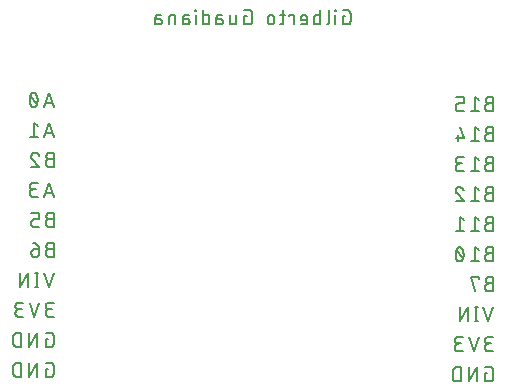
<source format=gbr>
G04 EAGLE Gerber RS-274X export*
G75*
%MOMM*%
%FSLAX34Y34*%
%LPD*%
%INSilkscreen Bottom*%
%IPPOS*%
%AMOC8*
5,1,8,0,0,1.08239X$1,22.5*%
G01*
%ADD10C,0.203200*%


D10*
X77724Y362966D02*
X73660Y375158D01*
X69596Y362966D01*
X70612Y366014D02*
X76708Y366014D01*
X64245Y369062D02*
X64242Y369302D01*
X64234Y369542D01*
X64219Y369781D01*
X64199Y370020D01*
X64174Y370258D01*
X64142Y370496D01*
X64105Y370733D01*
X64062Y370969D01*
X64014Y371204D01*
X63960Y371438D01*
X63901Y371670D01*
X63836Y371901D01*
X63765Y372130D01*
X63689Y372358D01*
X63608Y372583D01*
X63521Y372807D01*
X63429Y373029D01*
X63332Y373248D01*
X63229Y373465D01*
X63195Y373556D01*
X63158Y373646D01*
X63118Y373734D01*
X63075Y373821D01*
X63028Y373906D01*
X62977Y373989D01*
X62924Y374070D01*
X62867Y374149D01*
X62808Y374226D01*
X62745Y374301D01*
X62680Y374372D01*
X62612Y374442D01*
X62541Y374508D01*
X62468Y374572D01*
X62393Y374633D01*
X62315Y374691D01*
X62234Y374746D01*
X62152Y374798D01*
X62068Y374846D01*
X61982Y374892D01*
X61895Y374934D01*
X61805Y374972D01*
X61715Y375007D01*
X61623Y375038D01*
X61530Y375066D01*
X61436Y375091D01*
X61341Y375111D01*
X61245Y375128D01*
X61149Y375141D01*
X61052Y375150D01*
X60955Y375156D01*
X60858Y375158D01*
X60761Y375156D01*
X60664Y375150D01*
X60567Y375141D01*
X60471Y375128D01*
X60375Y375111D01*
X60280Y375091D01*
X60186Y375066D01*
X60093Y375038D01*
X60001Y375007D01*
X59911Y374972D01*
X59821Y374934D01*
X59734Y374892D01*
X59648Y374846D01*
X59564Y374798D01*
X59482Y374746D01*
X59401Y374691D01*
X59323Y374633D01*
X59248Y374572D01*
X59175Y374508D01*
X59104Y374442D01*
X59036Y374372D01*
X58971Y374301D01*
X58908Y374226D01*
X58849Y374149D01*
X58792Y374070D01*
X58739Y373989D01*
X58688Y373906D01*
X58641Y373821D01*
X58598Y373734D01*
X58558Y373646D01*
X58521Y373556D01*
X58487Y373465D01*
X58488Y373465D02*
X58385Y373248D01*
X58288Y373029D01*
X58196Y372807D01*
X58109Y372583D01*
X58028Y372358D01*
X57952Y372130D01*
X57881Y371901D01*
X57816Y371670D01*
X57757Y371438D01*
X57703Y371204D01*
X57655Y370969D01*
X57612Y370733D01*
X57575Y370496D01*
X57543Y370258D01*
X57518Y370020D01*
X57498Y369781D01*
X57483Y369542D01*
X57475Y369302D01*
X57472Y369062D01*
X64245Y369062D02*
X64242Y368822D01*
X64234Y368582D01*
X64219Y368343D01*
X64199Y368104D01*
X64174Y367866D01*
X64142Y367628D01*
X64105Y367391D01*
X64062Y367155D01*
X64014Y366920D01*
X63960Y366686D01*
X63901Y366454D01*
X63836Y366223D01*
X63765Y365994D01*
X63689Y365766D01*
X63608Y365541D01*
X63521Y365317D01*
X63429Y365095D01*
X63332Y364876D01*
X63229Y364659D01*
X63195Y364568D01*
X63158Y364478D01*
X63118Y364390D01*
X63075Y364303D01*
X63028Y364218D01*
X62977Y364135D01*
X62924Y364054D01*
X62867Y363975D01*
X62808Y363898D01*
X62745Y363823D01*
X62680Y363752D01*
X62612Y363682D01*
X62541Y363616D01*
X62468Y363552D01*
X62393Y363491D01*
X62315Y363433D01*
X62234Y363378D01*
X62152Y363326D01*
X62068Y363278D01*
X61982Y363232D01*
X61895Y363190D01*
X61805Y363152D01*
X61715Y363117D01*
X61623Y363086D01*
X61530Y363058D01*
X61436Y363033D01*
X61341Y363013D01*
X61245Y362996D01*
X61149Y362983D01*
X61052Y362974D01*
X60955Y362968D01*
X60858Y362966D01*
X58488Y364659D02*
X58385Y364876D01*
X58288Y365095D01*
X58196Y365317D01*
X58109Y365541D01*
X58028Y365766D01*
X57952Y365994D01*
X57881Y366223D01*
X57816Y366454D01*
X57757Y366686D01*
X57703Y366920D01*
X57655Y367155D01*
X57612Y367391D01*
X57575Y367628D01*
X57543Y367866D01*
X57518Y368104D01*
X57498Y368343D01*
X57483Y368582D01*
X57475Y368822D01*
X57472Y369062D01*
X58487Y364659D02*
X58521Y364568D01*
X58558Y364478D01*
X58598Y364390D01*
X58641Y364303D01*
X58688Y364218D01*
X58739Y364135D01*
X58792Y364054D01*
X58849Y363975D01*
X58908Y363898D01*
X58971Y363823D01*
X59036Y363752D01*
X59104Y363682D01*
X59175Y363616D01*
X59248Y363552D01*
X59323Y363491D01*
X59401Y363433D01*
X59482Y363378D01*
X59564Y363326D01*
X59648Y363278D01*
X59734Y363232D01*
X59821Y363190D01*
X59911Y363152D01*
X60001Y363117D01*
X60093Y363086D01*
X60186Y363058D01*
X60280Y363033D01*
X60375Y363013D01*
X60471Y362996D01*
X60567Y362983D01*
X60664Y362974D01*
X60761Y362968D01*
X60858Y362966D01*
X63568Y365675D02*
X58149Y372449D01*
X73660Y349758D02*
X77724Y337566D01*
X69596Y337566D02*
X73660Y349758D01*
X70612Y340614D02*
X76708Y340614D01*
X64245Y347049D02*
X60858Y349758D01*
X60858Y337566D01*
X57472Y337566D02*
X64245Y337566D01*
X74337Y318939D02*
X77724Y318939D01*
X74337Y318940D02*
X74221Y318938D01*
X74106Y318932D01*
X73991Y318922D01*
X73876Y318908D01*
X73762Y318891D01*
X73648Y318869D01*
X73535Y318844D01*
X73423Y318814D01*
X73312Y318781D01*
X73203Y318744D01*
X73094Y318704D01*
X72988Y318660D01*
X72882Y318612D01*
X72779Y318560D01*
X72677Y318505D01*
X72577Y318447D01*
X72479Y318385D01*
X72384Y318320D01*
X72290Y318252D01*
X72200Y318180D01*
X72111Y318106D01*
X72025Y318028D01*
X71942Y317948D01*
X71862Y317865D01*
X71784Y317779D01*
X71710Y317690D01*
X71638Y317600D01*
X71570Y317506D01*
X71505Y317411D01*
X71443Y317313D01*
X71385Y317213D01*
X71330Y317111D01*
X71278Y317008D01*
X71230Y316902D01*
X71186Y316796D01*
X71146Y316687D01*
X71109Y316578D01*
X71076Y316467D01*
X71046Y316355D01*
X71021Y316242D01*
X70999Y316128D01*
X70982Y316014D01*
X70968Y315899D01*
X70958Y315784D01*
X70952Y315669D01*
X70950Y315553D01*
X70952Y315437D01*
X70958Y315322D01*
X70968Y315207D01*
X70982Y315092D01*
X70999Y314978D01*
X71021Y314864D01*
X71046Y314751D01*
X71076Y314639D01*
X71109Y314528D01*
X71146Y314419D01*
X71186Y314310D01*
X71230Y314204D01*
X71278Y314098D01*
X71330Y313995D01*
X71385Y313893D01*
X71443Y313793D01*
X71505Y313695D01*
X71570Y313600D01*
X71638Y313506D01*
X71710Y313416D01*
X71784Y313327D01*
X71862Y313241D01*
X71942Y313158D01*
X72025Y313078D01*
X72111Y313000D01*
X72200Y312926D01*
X72290Y312854D01*
X72384Y312786D01*
X72479Y312721D01*
X72577Y312659D01*
X72677Y312601D01*
X72779Y312546D01*
X72882Y312494D01*
X72988Y312446D01*
X73094Y312402D01*
X73203Y312362D01*
X73312Y312325D01*
X73423Y312292D01*
X73535Y312262D01*
X73648Y312237D01*
X73762Y312215D01*
X73876Y312198D01*
X73991Y312184D01*
X74106Y312174D01*
X74221Y312168D01*
X74337Y312166D01*
X77724Y312166D01*
X77724Y324358D01*
X74337Y324358D01*
X74234Y324356D01*
X74132Y324350D01*
X74030Y324341D01*
X73928Y324327D01*
X73827Y324310D01*
X73727Y324288D01*
X73628Y324263D01*
X73529Y324235D01*
X73432Y324202D01*
X73336Y324166D01*
X73241Y324127D01*
X73148Y324083D01*
X73057Y324037D01*
X72968Y323986D01*
X72880Y323933D01*
X72795Y323876D01*
X72712Y323816D01*
X72631Y323753D01*
X72552Y323687D01*
X72477Y323618D01*
X72403Y323546D01*
X72333Y323472D01*
X72265Y323395D01*
X72201Y323315D01*
X72139Y323233D01*
X72081Y323149D01*
X72026Y323062D01*
X71974Y322974D01*
X71926Y322883D01*
X71881Y322791D01*
X71839Y322698D01*
X71801Y322602D01*
X71767Y322506D01*
X71736Y322408D01*
X71710Y322309D01*
X71686Y322209D01*
X71667Y322108D01*
X71652Y322007D01*
X71640Y321905D01*
X71632Y321803D01*
X71628Y321700D01*
X71628Y321598D01*
X71632Y321495D01*
X71640Y321393D01*
X71652Y321291D01*
X71667Y321190D01*
X71686Y321089D01*
X71710Y320989D01*
X71736Y320890D01*
X71767Y320792D01*
X71801Y320696D01*
X71839Y320600D01*
X71881Y320507D01*
X71926Y320415D01*
X71974Y320324D01*
X72026Y320236D01*
X72081Y320149D01*
X72139Y320065D01*
X72201Y319983D01*
X72265Y319903D01*
X72333Y319826D01*
X72403Y319752D01*
X72477Y319680D01*
X72552Y319611D01*
X72631Y319545D01*
X72712Y319482D01*
X72795Y319422D01*
X72880Y319365D01*
X72968Y319312D01*
X73057Y319261D01*
X73148Y319215D01*
X73241Y319171D01*
X73336Y319132D01*
X73432Y319096D01*
X73529Y319063D01*
X73628Y319035D01*
X73727Y319010D01*
X73827Y318988D01*
X73928Y318971D01*
X74030Y318957D01*
X74132Y318948D01*
X74234Y318942D01*
X74337Y318940D01*
X61888Y324358D02*
X61779Y324356D01*
X61671Y324350D01*
X61562Y324341D01*
X61454Y324327D01*
X61347Y324310D01*
X61240Y324288D01*
X61134Y324263D01*
X61029Y324235D01*
X60925Y324202D01*
X60823Y324166D01*
X60722Y324126D01*
X60622Y324083D01*
X60524Y324036D01*
X60427Y323985D01*
X60333Y323931D01*
X60240Y323874D01*
X60150Y323814D01*
X60061Y323750D01*
X59975Y323683D01*
X59892Y323614D01*
X59811Y323541D01*
X59733Y323465D01*
X59657Y323387D01*
X59584Y323306D01*
X59515Y323223D01*
X59448Y323137D01*
X59384Y323048D01*
X59324Y322958D01*
X59267Y322865D01*
X59213Y322771D01*
X59162Y322674D01*
X59115Y322576D01*
X59072Y322476D01*
X59032Y322375D01*
X58996Y322273D01*
X58963Y322169D01*
X58935Y322064D01*
X58910Y321958D01*
X58888Y321851D01*
X58871Y321744D01*
X58857Y321636D01*
X58848Y321527D01*
X58842Y321419D01*
X58840Y321310D01*
X61888Y324358D02*
X62011Y324356D01*
X62134Y324350D01*
X62257Y324341D01*
X62379Y324327D01*
X62501Y324310D01*
X62622Y324289D01*
X62743Y324264D01*
X62863Y324235D01*
X62981Y324202D01*
X63099Y324166D01*
X63215Y324126D01*
X63331Y324083D01*
X63444Y324035D01*
X63557Y323985D01*
X63667Y323931D01*
X63776Y323873D01*
X63883Y323812D01*
X63988Y323747D01*
X64091Y323680D01*
X64191Y323609D01*
X64290Y323535D01*
X64386Y323458D01*
X64479Y323378D01*
X64570Y323295D01*
X64659Y323209D01*
X64744Y323121D01*
X64827Y323030D01*
X64907Y322936D01*
X64984Y322840D01*
X65058Y322741D01*
X65128Y322641D01*
X65196Y322538D01*
X65260Y322433D01*
X65321Y322326D01*
X65379Y322217D01*
X65433Y322106D01*
X65483Y321994D01*
X65530Y321880D01*
X65574Y321765D01*
X65613Y321649D01*
X59856Y318939D02*
X59777Y319017D01*
X59701Y319097D01*
X59628Y319179D01*
X59558Y319265D01*
X59490Y319352D01*
X59425Y319442D01*
X59364Y319533D01*
X59306Y319627D01*
X59250Y319723D01*
X59199Y319820D01*
X59150Y319920D01*
X59105Y320020D01*
X59063Y320123D01*
X59025Y320226D01*
X58990Y320331D01*
X58959Y320437D01*
X58931Y320544D01*
X58907Y320652D01*
X58886Y320760D01*
X58870Y320869D01*
X58857Y320979D01*
X58847Y321089D01*
X58842Y321200D01*
X58840Y321310D01*
X59856Y318939D02*
X65613Y312166D01*
X58840Y312166D01*
X73660Y298958D02*
X77724Y286766D01*
X69596Y286766D02*
X73660Y298958D01*
X70612Y289814D02*
X76708Y289814D01*
X64245Y286766D02*
X60858Y286766D01*
X60742Y286768D01*
X60627Y286774D01*
X60512Y286784D01*
X60397Y286798D01*
X60283Y286815D01*
X60169Y286837D01*
X60056Y286862D01*
X59944Y286892D01*
X59833Y286925D01*
X59724Y286962D01*
X59615Y287002D01*
X59509Y287046D01*
X59403Y287094D01*
X59300Y287146D01*
X59198Y287201D01*
X59098Y287259D01*
X59000Y287321D01*
X58905Y287386D01*
X58811Y287454D01*
X58721Y287526D01*
X58632Y287600D01*
X58546Y287678D01*
X58463Y287758D01*
X58383Y287841D01*
X58305Y287927D01*
X58231Y288016D01*
X58159Y288106D01*
X58091Y288200D01*
X58026Y288295D01*
X57964Y288393D01*
X57906Y288493D01*
X57851Y288595D01*
X57799Y288698D01*
X57751Y288804D01*
X57707Y288910D01*
X57667Y289019D01*
X57630Y289128D01*
X57597Y289239D01*
X57567Y289351D01*
X57542Y289464D01*
X57520Y289578D01*
X57503Y289692D01*
X57489Y289807D01*
X57479Y289922D01*
X57473Y290037D01*
X57471Y290153D01*
X57473Y290269D01*
X57479Y290384D01*
X57489Y290499D01*
X57503Y290614D01*
X57520Y290728D01*
X57542Y290842D01*
X57567Y290955D01*
X57597Y291067D01*
X57630Y291178D01*
X57667Y291287D01*
X57707Y291396D01*
X57751Y291502D01*
X57799Y291608D01*
X57851Y291711D01*
X57906Y291813D01*
X57964Y291913D01*
X58026Y292011D01*
X58091Y292106D01*
X58159Y292200D01*
X58231Y292290D01*
X58305Y292379D01*
X58383Y292465D01*
X58463Y292548D01*
X58546Y292628D01*
X58632Y292706D01*
X58721Y292780D01*
X58811Y292852D01*
X58905Y292920D01*
X59000Y292985D01*
X59098Y293047D01*
X59198Y293105D01*
X59300Y293160D01*
X59403Y293212D01*
X59509Y293260D01*
X59615Y293304D01*
X59724Y293344D01*
X59833Y293381D01*
X59944Y293414D01*
X60056Y293444D01*
X60169Y293469D01*
X60283Y293491D01*
X60397Y293508D01*
X60512Y293522D01*
X60627Y293532D01*
X60742Y293538D01*
X60858Y293540D01*
X60181Y298958D02*
X64245Y298958D01*
X60181Y298958D02*
X60078Y298956D01*
X59976Y298950D01*
X59874Y298941D01*
X59772Y298927D01*
X59671Y298910D01*
X59571Y298888D01*
X59472Y298863D01*
X59373Y298835D01*
X59276Y298802D01*
X59180Y298766D01*
X59085Y298727D01*
X58992Y298683D01*
X58901Y298637D01*
X58812Y298586D01*
X58724Y298533D01*
X58639Y298476D01*
X58556Y298416D01*
X58475Y298353D01*
X58396Y298287D01*
X58321Y298218D01*
X58247Y298146D01*
X58177Y298072D01*
X58109Y297995D01*
X58045Y297915D01*
X57983Y297833D01*
X57925Y297749D01*
X57870Y297662D01*
X57818Y297574D01*
X57770Y297483D01*
X57725Y297391D01*
X57683Y297298D01*
X57645Y297202D01*
X57611Y297106D01*
X57580Y297008D01*
X57554Y296909D01*
X57530Y296809D01*
X57511Y296708D01*
X57496Y296607D01*
X57484Y296505D01*
X57476Y296403D01*
X57472Y296300D01*
X57472Y296198D01*
X57476Y296095D01*
X57484Y295993D01*
X57496Y295891D01*
X57511Y295790D01*
X57530Y295689D01*
X57554Y295589D01*
X57580Y295490D01*
X57611Y295392D01*
X57645Y295296D01*
X57683Y295200D01*
X57725Y295107D01*
X57770Y295015D01*
X57818Y294924D01*
X57870Y294836D01*
X57925Y294749D01*
X57983Y294665D01*
X58045Y294583D01*
X58109Y294503D01*
X58177Y294426D01*
X58247Y294352D01*
X58321Y294280D01*
X58396Y294211D01*
X58475Y294145D01*
X58556Y294082D01*
X58639Y294022D01*
X58724Y293965D01*
X58812Y293912D01*
X58901Y293861D01*
X58992Y293815D01*
X59085Y293771D01*
X59180Y293732D01*
X59276Y293696D01*
X59373Y293663D01*
X59472Y293635D01*
X59571Y293610D01*
X59671Y293588D01*
X59772Y293571D01*
X59874Y293557D01*
X59976Y293548D01*
X60078Y293542D01*
X60181Y293540D01*
X60181Y293539D02*
X62890Y293539D01*
X74337Y268139D02*
X77724Y268139D01*
X74337Y268140D02*
X74221Y268138D01*
X74106Y268132D01*
X73991Y268122D01*
X73876Y268108D01*
X73762Y268091D01*
X73648Y268069D01*
X73535Y268044D01*
X73423Y268014D01*
X73312Y267981D01*
X73203Y267944D01*
X73094Y267904D01*
X72988Y267860D01*
X72882Y267812D01*
X72779Y267760D01*
X72677Y267705D01*
X72577Y267647D01*
X72479Y267585D01*
X72384Y267520D01*
X72290Y267452D01*
X72200Y267380D01*
X72111Y267306D01*
X72025Y267228D01*
X71942Y267148D01*
X71862Y267065D01*
X71784Y266979D01*
X71710Y266890D01*
X71638Y266800D01*
X71570Y266706D01*
X71505Y266611D01*
X71443Y266513D01*
X71385Y266413D01*
X71330Y266311D01*
X71278Y266208D01*
X71230Y266102D01*
X71186Y265996D01*
X71146Y265887D01*
X71109Y265778D01*
X71076Y265667D01*
X71046Y265555D01*
X71021Y265442D01*
X70999Y265328D01*
X70982Y265214D01*
X70968Y265099D01*
X70958Y264984D01*
X70952Y264869D01*
X70950Y264753D01*
X70952Y264637D01*
X70958Y264522D01*
X70968Y264407D01*
X70982Y264292D01*
X70999Y264178D01*
X71021Y264064D01*
X71046Y263951D01*
X71076Y263839D01*
X71109Y263728D01*
X71146Y263619D01*
X71186Y263510D01*
X71230Y263404D01*
X71278Y263298D01*
X71330Y263195D01*
X71385Y263093D01*
X71443Y262993D01*
X71505Y262895D01*
X71570Y262800D01*
X71638Y262706D01*
X71710Y262616D01*
X71784Y262527D01*
X71862Y262441D01*
X71942Y262358D01*
X72025Y262278D01*
X72111Y262200D01*
X72200Y262126D01*
X72290Y262054D01*
X72384Y261986D01*
X72479Y261921D01*
X72577Y261859D01*
X72677Y261801D01*
X72779Y261746D01*
X72882Y261694D01*
X72988Y261646D01*
X73094Y261602D01*
X73203Y261562D01*
X73312Y261525D01*
X73423Y261492D01*
X73535Y261462D01*
X73648Y261437D01*
X73762Y261415D01*
X73876Y261398D01*
X73991Y261384D01*
X74106Y261374D01*
X74221Y261368D01*
X74337Y261366D01*
X77724Y261366D01*
X77724Y273558D01*
X74337Y273558D01*
X74234Y273556D01*
X74132Y273550D01*
X74030Y273541D01*
X73928Y273527D01*
X73827Y273510D01*
X73727Y273488D01*
X73628Y273463D01*
X73529Y273435D01*
X73432Y273402D01*
X73336Y273366D01*
X73241Y273327D01*
X73148Y273283D01*
X73057Y273237D01*
X72968Y273186D01*
X72880Y273133D01*
X72795Y273076D01*
X72712Y273016D01*
X72631Y272953D01*
X72552Y272887D01*
X72477Y272818D01*
X72403Y272746D01*
X72333Y272672D01*
X72265Y272595D01*
X72201Y272515D01*
X72139Y272433D01*
X72081Y272349D01*
X72026Y272262D01*
X71974Y272174D01*
X71926Y272083D01*
X71881Y271991D01*
X71839Y271898D01*
X71801Y271802D01*
X71767Y271706D01*
X71736Y271608D01*
X71710Y271509D01*
X71686Y271409D01*
X71667Y271308D01*
X71652Y271207D01*
X71640Y271105D01*
X71632Y271003D01*
X71628Y270900D01*
X71628Y270798D01*
X71632Y270695D01*
X71640Y270593D01*
X71652Y270491D01*
X71667Y270390D01*
X71686Y270289D01*
X71710Y270189D01*
X71736Y270090D01*
X71767Y269992D01*
X71801Y269896D01*
X71839Y269800D01*
X71881Y269707D01*
X71926Y269615D01*
X71974Y269524D01*
X72026Y269436D01*
X72081Y269349D01*
X72139Y269265D01*
X72201Y269183D01*
X72265Y269103D01*
X72333Y269026D01*
X72403Y268952D01*
X72477Y268880D01*
X72552Y268811D01*
X72631Y268745D01*
X72712Y268682D01*
X72795Y268622D01*
X72880Y268565D01*
X72968Y268512D01*
X73057Y268461D01*
X73148Y268415D01*
X73241Y268371D01*
X73336Y268332D01*
X73432Y268296D01*
X73529Y268263D01*
X73628Y268235D01*
X73727Y268210D01*
X73827Y268188D01*
X73928Y268171D01*
X74030Y268157D01*
X74132Y268148D01*
X74234Y268142D01*
X74337Y268140D01*
X65613Y261366D02*
X61549Y261366D01*
X61448Y261368D01*
X61347Y261374D01*
X61246Y261383D01*
X61145Y261396D01*
X61045Y261413D01*
X60946Y261434D01*
X60848Y261458D01*
X60751Y261486D01*
X60654Y261518D01*
X60559Y261553D01*
X60466Y261592D01*
X60374Y261634D01*
X60283Y261680D01*
X60195Y261729D01*
X60108Y261781D01*
X60023Y261837D01*
X59940Y261895D01*
X59860Y261957D01*
X59782Y262022D01*
X59706Y262089D01*
X59633Y262159D01*
X59563Y262232D01*
X59496Y262308D01*
X59431Y262386D01*
X59369Y262466D01*
X59311Y262549D01*
X59255Y262634D01*
X59203Y262721D01*
X59154Y262809D01*
X59108Y262900D01*
X59066Y262992D01*
X59027Y263085D01*
X58992Y263180D01*
X58960Y263277D01*
X58932Y263374D01*
X58908Y263472D01*
X58887Y263571D01*
X58870Y263671D01*
X58857Y263772D01*
X58848Y263873D01*
X58842Y263974D01*
X58840Y264075D01*
X58840Y265430D01*
X58842Y265531D01*
X58848Y265632D01*
X58857Y265733D01*
X58870Y265834D01*
X58887Y265934D01*
X58908Y266033D01*
X58932Y266131D01*
X58960Y266228D01*
X58992Y266325D01*
X59027Y266420D01*
X59066Y266513D01*
X59108Y266605D01*
X59154Y266696D01*
X59203Y266785D01*
X59255Y266871D01*
X59311Y266956D01*
X59369Y267039D01*
X59431Y267119D01*
X59496Y267197D01*
X59563Y267273D01*
X59633Y267346D01*
X59706Y267416D01*
X59782Y267483D01*
X59860Y267548D01*
X59940Y267610D01*
X60023Y267668D01*
X60108Y267724D01*
X60195Y267776D01*
X60283Y267825D01*
X60374Y267871D01*
X60466Y267913D01*
X60559Y267952D01*
X60654Y267987D01*
X60751Y268019D01*
X60848Y268047D01*
X60946Y268071D01*
X61045Y268092D01*
X61145Y268109D01*
X61246Y268122D01*
X61347Y268131D01*
X61448Y268137D01*
X61549Y268139D01*
X65613Y268139D01*
X65613Y273558D01*
X58840Y273558D01*
X74337Y242739D02*
X77724Y242739D01*
X74337Y242740D02*
X74221Y242738D01*
X74106Y242732D01*
X73991Y242722D01*
X73876Y242708D01*
X73762Y242691D01*
X73648Y242669D01*
X73535Y242644D01*
X73423Y242614D01*
X73312Y242581D01*
X73203Y242544D01*
X73094Y242504D01*
X72988Y242460D01*
X72882Y242412D01*
X72779Y242360D01*
X72677Y242305D01*
X72577Y242247D01*
X72479Y242185D01*
X72384Y242120D01*
X72290Y242052D01*
X72200Y241980D01*
X72111Y241906D01*
X72025Y241828D01*
X71942Y241748D01*
X71862Y241665D01*
X71784Y241579D01*
X71710Y241490D01*
X71638Y241400D01*
X71570Y241306D01*
X71505Y241211D01*
X71443Y241113D01*
X71385Y241013D01*
X71330Y240911D01*
X71278Y240808D01*
X71230Y240702D01*
X71186Y240596D01*
X71146Y240487D01*
X71109Y240378D01*
X71076Y240267D01*
X71046Y240155D01*
X71021Y240042D01*
X70999Y239928D01*
X70982Y239814D01*
X70968Y239699D01*
X70958Y239584D01*
X70952Y239469D01*
X70950Y239353D01*
X70952Y239237D01*
X70958Y239122D01*
X70968Y239007D01*
X70982Y238892D01*
X70999Y238778D01*
X71021Y238664D01*
X71046Y238551D01*
X71076Y238439D01*
X71109Y238328D01*
X71146Y238219D01*
X71186Y238110D01*
X71230Y238004D01*
X71278Y237898D01*
X71330Y237795D01*
X71385Y237693D01*
X71443Y237593D01*
X71505Y237495D01*
X71570Y237400D01*
X71638Y237306D01*
X71710Y237216D01*
X71784Y237127D01*
X71862Y237041D01*
X71942Y236958D01*
X72025Y236878D01*
X72111Y236800D01*
X72200Y236726D01*
X72290Y236654D01*
X72384Y236586D01*
X72479Y236521D01*
X72577Y236459D01*
X72677Y236401D01*
X72779Y236346D01*
X72882Y236294D01*
X72988Y236246D01*
X73094Y236202D01*
X73203Y236162D01*
X73312Y236125D01*
X73423Y236092D01*
X73535Y236062D01*
X73648Y236037D01*
X73762Y236015D01*
X73876Y235998D01*
X73991Y235984D01*
X74106Y235974D01*
X74221Y235968D01*
X74337Y235966D01*
X77724Y235966D01*
X77724Y248158D01*
X74337Y248158D01*
X74234Y248156D01*
X74132Y248150D01*
X74030Y248141D01*
X73928Y248127D01*
X73827Y248110D01*
X73727Y248088D01*
X73628Y248063D01*
X73529Y248035D01*
X73432Y248002D01*
X73336Y247966D01*
X73241Y247927D01*
X73148Y247883D01*
X73057Y247837D01*
X72968Y247786D01*
X72880Y247733D01*
X72795Y247676D01*
X72712Y247616D01*
X72631Y247553D01*
X72552Y247487D01*
X72477Y247418D01*
X72403Y247346D01*
X72333Y247272D01*
X72265Y247195D01*
X72201Y247115D01*
X72139Y247033D01*
X72081Y246949D01*
X72026Y246862D01*
X71974Y246774D01*
X71926Y246683D01*
X71881Y246591D01*
X71839Y246498D01*
X71801Y246402D01*
X71767Y246306D01*
X71736Y246208D01*
X71710Y246109D01*
X71686Y246009D01*
X71667Y245908D01*
X71652Y245807D01*
X71640Y245705D01*
X71632Y245603D01*
X71628Y245500D01*
X71628Y245398D01*
X71632Y245295D01*
X71640Y245193D01*
X71652Y245091D01*
X71667Y244990D01*
X71686Y244889D01*
X71710Y244789D01*
X71736Y244690D01*
X71767Y244592D01*
X71801Y244496D01*
X71839Y244400D01*
X71881Y244307D01*
X71926Y244215D01*
X71974Y244124D01*
X72026Y244036D01*
X72081Y243949D01*
X72139Y243865D01*
X72201Y243783D01*
X72265Y243703D01*
X72333Y243626D01*
X72403Y243552D01*
X72477Y243480D01*
X72552Y243411D01*
X72631Y243345D01*
X72712Y243282D01*
X72795Y243222D01*
X72880Y243165D01*
X72968Y243112D01*
X73057Y243061D01*
X73148Y243015D01*
X73241Y242971D01*
X73336Y242932D01*
X73432Y242896D01*
X73529Y242863D01*
X73628Y242835D01*
X73727Y242810D01*
X73827Y242788D01*
X73928Y242771D01*
X74030Y242757D01*
X74132Y242748D01*
X74234Y242742D01*
X74337Y242740D01*
X65613Y242739D02*
X61549Y242739D01*
X61448Y242737D01*
X61347Y242731D01*
X61246Y242722D01*
X61145Y242709D01*
X61045Y242692D01*
X60946Y242671D01*
X60848Y242647D01*
X60751Y242619D01*
X60654Y242587D01*
X60559Y242552D01*
X60466Y242513D01*
X60374Y242471D01*
X60283Y242425D01*
X60195Y242376D01*
X60108Y242324D01*
X60023Y242268D01*
X59940Y242210D01*
X59860Y242148D01*
X59782Y242083D01*
X59706Y242016D01*
X59633Y241946D01*
X59563Y241873D01*
X59496Y241797D01*
X59431Y241719D01*
X59369Y241639D01*
X59311Y241556D01*
X59255Y241471D01*
X59203Y241385D01*
X59154Y241296D01*
X59108Y241205D01*
X59066Y241113D01*
X59027Y241020D01*
X58992Y240925D01*
X58960Y240828D01*
X58932Y240731D01*
X58908Y240633D01*
X58887Y240534D01*
X58870Y240434D01*
X58857Y240333D01*
X58848Y240232D01*
X58842Y240131D01*
X58840Y240030D01*
X58840Y239353D01*
X58842Y239237D01*
X58848Y239122D01*
X58858Y239007D01*
X58872Y238892D01*
X58889Y238778D01*
X58911Y238664D01*
X58936Y238551D01*
X58966Y238439D01*
X58999Y238328D01*
X59036Y238219D01*
X59076Y238110D01*
X59120Y238004D01*
X59168Y237898D01*
X59220Y237795D01*
X59275Y237693D01*
X59333Y237593D01*
X59395Y237495D01*
X59460Y237400D01*
X59528Y237306D01*
X59600Y237216D01*
X59674Y237127D01*
X59752Y237041D01*
X59832Y236958D01*
X59915Y236878D01*
X60001Y236800D01*
X60090Y236726D01*
X60180Y236654D01*
X60274Y236586D01*
X60369Y236521D01*
X60467Y236459D01*
X60567Y236401D01*
X60669Y236346D01*
X60772Y236294D01*
X60878Y236246D01*
X60984Y236202D01*
X61093Y236162D01*
X61202Y236125D01*
X61313Y236092D01*
X61425Y236062D01*
X61538Y236037D01*
X61652Y236015D01*
X61766Y235998D01*
X61881Y235984D01*
X61996Y235974D01*
X62111Y235968D01*
X62227Y235966D01*
X62343Y235968D01*
X62458Y235974D01*
X62573Y235984D01*
X62688Y235998D01*
X62802Y236015D01*
X62916Y236037D01*
X63029Y236062D01*
X63141Y236092D01*
X63252Y236125D01*
X63361Y236162D01*
X63470Y236202D01*
X63576Y236246D01*
X63682Y236294D01*
X63785Y236346D01*
X63887Y236401D01*
X63987Y236459D01*
X64085Y236521D01*
X64180Y236586D01*
X64274Y236654D01*
X64364Y236726D01*
X64453Y236800D01*
X64539Y236878D01*
X64622Y236958D01*
X64702Y237041D01*
X64780Y237127D01*
X64854Y237216D01*
X64926Y237306D01*
X64994Y237400D01*
X65059Y237495D01*
X65121Y237593D01*
X65179Y237693D01*
X65234Y237795D01*
X65286Y237898D01*
X65334Y238004D01*
X65378Y238110D01*
X65418Y238219D01*
X65455Y238328D01*
X65488Y238439D01*
X65518Y238551D01*
X65543Y238664D01*
X65565Y238778D01*
X65582Y238892D01*
X65596Y239007D01*
X65606Y239122D01*
X65612Y239237D01*
X65614Y239353D01*
X65613Y239353D02*
X65613Y242739D01*
X65614Y242739D02*
X65612Y242886D01*
X65606Y243032D01*
X65596Y243179D01*
X65582Y243325D01*
X65564Y243471D01*
X65543Y243616D01*
X65517Y243760D01*
X65487Y243904D01*
X65454Y244047D01*
X65416Y244189D01*
X65375Y244330D01*
X65330Y244469D01*
X65282Y244608D01*
X65229Y244745D01*
X65173Y244880D01*
X65113Y245014D01*
X65050Y245147D01*
X64983Y245277D01*
X64912Y245406D01*
X64838Y245533D01*
X64761Y245657D01*
X64680Y245780D01*
X64596Y245900D01*
X64509Y246018D01*
X64419Y246134D01*
X64325Y246247D01*
X64229Y246358D01*
X64129Y246466D01*
X64027Y246571D01*
X63922Y246673D01*
X63814Y246773D01*
X63703Y246869D01*
X63590Y246963D01*
X63474Y247053D01*
X63356Y247140D01*
X63236Y247224D01*
X63114Y247305D01*
X62989Y247382D01*
X62862Y247456D01*
X62733Y247527D01*
X62603Y247594D01*
X62470Y247657D01*
X62336Y247717D01*
X62201Y247773D01*
X62064Y247826D01*
X61925Y247874D01*
X61786Y247919D01*
X61645Y247960D01*
X61503Y247998D01*
X61360Y248031D01*
X61216Y248061D01*
X61072Y248087D01*
X60927Y248108D01*
X60781Y248126D01*
X60635Y248140D01*
X60488Y248150D01*
X60342Y248156D01*
X60195Y248158D01*
X77724Y222758D02*
X73660Y210566D01*
X69596Y222758D01*
X63419Y222758D02*
X63419Y210566D01*
X64773Y210566D02*
X62064Y210566D01*
X62064Y222758D02*
X64773Y222758D01*
X56137Y222758D02*
X56137Y210566D01*
X49364Y210566D02*
X56137Y222758D01*
X49364Y222758D02*
X49364Y210566D01*
X74337Y185166D02*
X77724Y185166D01*
X74337Y185166D02*
X74221Y185168D01*
X74106Y185174D01*
X73991Y185184D01*
X73876Y185198D01*
X73762Y185215D01*
X73648Y185237D01*
X73535Y185262D01*
X73423Y185292D01*
X73312Y185325D01*
X73203Y185362D01*
X73094Y185402D01*
X72988Y185446D01*
X72882Y185494D01*
X72779Y185546D01*
X72677Y185601D01*
X72577Y185659D01*
X72479Y185721D01*
X72384Y185786D01*
X72290Y185854D01*
X72200Y185926D01*
X72111Y186000D01*
X72025Y186078D01*
X71942Y186158D01*
X71862Y186241D01*
X71784Y186327D01*
X71710Y186416D01*
X71638Y186506D01*
X71570Y186600D01*
X71505Y186695D01*
X71443Y186793D01*
X71385Y186893D01*
X71330Y186995D01*
X71278Y187098D01*
X71230Y187204D01*
X71186Y187310D01*
X71146Y187419D01*
X71109Y187528D01*
X71076Y187639D01*
X71046Y187751D01*
X71021Y187864D01*
X70999Y187978D01*
X70982Y188092D01*
X70968Y188207D01*
X70958Y188322D01*
X70952Y188437D01*
X70950Y188553D01*
X70952Y188669D01*
X70958Y188784D01*
X70968Y188899D01*
X70982Y189014D01*
X70999Y189128D01*
X71021Y189242D01*
X71046Y189355D01*
X71076Y189467D01*
X71109Y189578D01*
X71146Y189687D01*
X71186Y189796D01*
X71230Y189902D01*
X71278Y190008D01*
X71330Y190111D01*
X71385Y190213D01*
X71443Y190313D01*
X71505Y190411D01*
X71570Y190506D01*
X71638Y190600D01*
X71710Y190690D01*
X71784Y190779D01*
X71862Y190865D01*
X71942Y190948D01*
X72025Y191028D01*
X72111Y191106D01*
X72200Y191180D01*
X72290Y191252D01*
X72384Y191320D01*
X72479Y191385D01*
X72577Y191447D01*
X72677Y191505D01*
X72779Y191560D01*
X72882Y191612D01*
X72988Y191660D01*
X73094Y191704D01*
X73203Y191744D01*
X73312Y191781D01*
X73423Y191814D01*
X73535Y191844D01*
X73648Y191869D01*
X73762Y191891D01*
X73876Y191908D01*
X73991Y191922D01*
X74106Y191932D01*
X74221Y191938D01*
X74337Y191940D01*
X73660Y197358D02*
X77724Y197358D01*
X73660Y197358D02*
X73557Y197356D01*
X73455Y197350D01*
X73353Y197341D01*
X73251Y197327D01*
X73150Y197310D01*
X73050Y197288D01*
X72951Y197263D01*
X72852Y197235D01*
X72755Y197202D01*
X72659Y197166D01*
X72564Y197127D01*
X72471Y197083D01*
X72380Y197037D01*
X72291Y196986D01*
X72203Y196933D01*
X72118Y196876D01*
X72035Y196816D01*
X71954Y196753D01*
X71875Y196687D01*
X71800Y196618D01*
X71726Y196546D01*
X71656Y196472D01*
X71588Y196395D01*
X71524Y196315D01*
X71462Y196233D01*
X71404Y196149D01*
X71349Y196062D01*
X71297Y195974D01*
X71249Y195883D01*
X71204Y195791D01*
X71162Y195698D01*
X71124Y195602D01*
X71090Y195506D01*
X71059Y195408D01*
X71033Y195309D01*
X71009Y195209D01*
X70990Y195108D01*
X70975Y195007D01*
X70963Y194905D01*
X70955Y194803D01*
X70951Y194700D01*
X70951Y194598D01*
X70955Y194495D01*
X70963Y194393D01*
X70975Y194291D01*
X70990Y194190D01*
X71009Y194089D01*
X71033Y193989D01*
X71059Y193890D01*
X71090Y193792D01*
X71124Y193696D01*
X71162Y193600D01*
X71204Y193507D01*
X71249Y193415D01*
X71297Y193324D01*
X71349Y193236D01*
X71404Y193149D01*
X71462Y193065D01*
X71524Y192983D01*
X71588Y192903D01*
X71656Y192826D01*
X71726Y192752D01*
X71800Y192680D01*
X71875Y192611D01*
X71954Y192545D01*
X72035Y192482D01*
X72118Y192422D01*
X72203Y192365D01*
X72291Y192312D01*
X72380Y192261D01*
X72471Y192215D01*
X72564Y192171D01*
X72659Y192132D01*
X72755Y192096D01*
X72852Y192063D01*
X72951Y192035D01*
X73050Y192010D01*
X73150Y191988D01*
X73251Y191971D01*
X73353Y191957D01*
X73455Y191948D01*
X73557Y191942D01*
X73660Y191940D01*
X73660Y191939D02*
X76369Y191939D01*
X65600Y197358D02*
X61536Y185166D01*
X57472Y197358D01*
X52121Y185166D02*
X48734Y185166D01*
X48618Y185168D01*
X48503Y185174D01*
X48388Y185184D01*
X48273Y185198D01*
X48159Y185215D01*
X48045Y185237D01*
X47932Y185262D01*
X47820Y185292D01*
X47709Y185325D01*
X47600Y185362D01*
X47491Y185402D01*
X47385Y185446D01*
X47279Y185494D01*
X47176Y185546D01*
X47074Y185601D01*
X46974Y185659D01*
X46876Y185721D01*
X46781Y185786D01*
X46687Y185854D01*
X46597Y185926D01*
X46508Y186000D01*
X46422Y186078D01*
X46339Y186158D01*
X46259Y186241D01*
X46181Y186327D01*
X46107Y186416D01*
X46035Y186506D01*
X45967Y186600D01*
X45902Y186695D01*
X45840Y186793D01*
X45782Y186893D01*
X45727Y186995D01*
X45675Y187098D01*
X45627Y187204D01*
X45583Y187310D01*
X45543Y187419D01*
X45506Y187528D01*
X45473Y187639D01*
X45443Y187751D01*
X45418Y187864D01*
X45396Y187978D01*
X45379Y188092D01*
X45365Y188207D01*
X45355Y188322D01*
X45349Y188437D01*
X45347Y188553D01*
X45349Y188669D01*
X45355Y188784D01*
X45365Y188899D01*
X45379Y189014D01*
X45396Y189128D01*
X45418Y189242D01*
X45443Y189355D01*
X45473Y189467D01*
X45506Y189578D01*
X45543Y189687D01*
X45583Y189796D01*
X45627Y189902D01*
X45675Y190008D01*
X45727Y190111D01*
X45782Y190213D01*
X45840Y190313D01*
X45902Y190411D01*
X45967Y190506D01*
X46035Y190600D01*
X46107Y190690D01*
X46181Y190779D01*
X46259Y190865D01*
X46339Y190948D01*
X46422Y191028D01*
X46508Y191106D01*
X46597Y191180D01*
X46687Y191252D01*
X46781Y191320D01*
X46876Y191385D01*
X46974Y191447D01*
X47074Y191505D01*
X47176Y191560D01*
X47279Y191612D01*
X47385Y191660D01*
X47491Y191704D01*
X47600Y191744D01*
X47709Y191781D01*
X47820Y191814D01*
X47932Y191844D01*
X48045Y191869D01*
X48159Y191891D01*
X48273Y191908D01*
X48388Y191922D01*
X48503Y191932D01*
X48618Y191938D01*
X48734Y191940D01*
X48057Y197358D02*
X52121Y197358D01*
X48057Y197358D02*
X47954Y197356D01*
X47852Y197350D01*
X47750Y197341D01*
X47648Y197327D01*
X47547Y197310D01*
X47447Y197288D01*
X47348Y197263D01*
X47249Y197235D01*
X47152Y197202D01*
X47056Y197166D01*
X46961Y197127D01*
X46868Y197083D01*
X46777Y197037D01*
X46688Y196986D01*
X46600Y196933D01*
X46515Y196876D01*
X46432Y196816D01*
X46351Y196753D01*
X46272Y196687D01*
X46197Y196618D01*
X46123Y196546D01*
X46053Y196472D01*
X45985Y196395D01*
X45921Y196315D01*
X45859Y196233D01*
X45801Y196149D01*
X45746Y196062D01*
X45694Y195974D01*
X45646Y195883D01*
X45601Y195791D01*
X45559Y195698D01*
X45521Y195602D01*
X45487Y195506D01*
X45456Y195408D01*
X45430Y195309D01*
X45406Y195209D01*
X45387Y195108D01*
X45372Y195007D01*
X45360Y194905D01*
X45352Y194803D01*
X45348Y194700D01*
X45348Y194598D01*
X45352Y194495D01*
X45360Y194393D01*
X45372Y194291D01*
X45387Y194190D01*
X45406Y194089D01*
X45430Y193989D01*
X45456Y193890D01*
X45487Y193792D01*
X45521Y193696D01*
X45559Y193600D01*
X45601Y193507D01*
X45646Y193415D01*
X45694Y193324D01*
X45746Y193236D01*
X45801Y193149D01*
X45859Y193065D01*
X45921Y192983D01*
X45985Y192903D01*
X46053Y192826D01*
X46123Y192752D01*
X46197Y192680D01*
X46272Y192611D01*
X46351Y192545D01*
X46432Y192482D01*
X46515Y192422D01*
X46600Y192365D01*
X46688Y192312D01*
X46777Y192261D01*
X46868Y192215D01*
X46961Y192171D01*
X47056Y192132D01*
X47152Y192096D01*
X47249Y192063D01*
X47348Y192035D01*
X47447Y192010D01*
X47547Y191988D01*
X47648Y191971D01*
X47750Y191957D01*
X47852Y191948D01*
X47954Y191942D01*
X48057Y191940D01*
X48057Y191939D02*
X50766Y191939D01*
X70951Y166539D02*
X72983Y166539D01*
X70951Y166539D02*
X70951Y159766D01*
X75015Y159766D01*
X75116Y159768D01*
X75217Y159774D01*
X75318Y159783D01*
X75419Y159796D01*
X75519Y159813D01*
X75618Y159834D01*
X75716Y159858D01*
X75813Y159886D01*
X75910Y159918D01*
X76005Y159953D01*
X76098Y159992D01*
X76190Y160034D01*
X76281Y160080D01*
X76369Y160129D01*
X76456Y160181D01*
X76541Y160237D01*
X76624Y160295D01*
X76704Y160357D01*
X76782Y160422D01*
X76858Y160489D01*
X76931Y160559D01*
X77001Y160632D01*
X77068Y160708D01*
X77133Y160786D01*
X77195Y160866D01*
X77253Y160949D01*
X77309Y161034D01*
X77361Y161120D01*
X77410Y161209D01*
X77456Y161300D01*
X77498Y161392D01*
X77537Y161485D01*
X77572Y161580D01*
X77604Y161677D01*
X77632Y161774D01*
X77656Y161872D01*
X77677Y161971D01*
X77694Y162071D01*
X77707Y162172D01*
X77716Y162273D01*
X77722Y162374D01*
X77724Y162475D01*
X77724Y169249D01*
X77722Y169350D01*
X77716Y169451D01*
X77707Y169552D01*
X77694Y169653D01*
X77677Y169753D01*
X77656Y169852D01*
X77632Y169950D01*
X77604Y170047D01*
X77572Y170144D01*
X77537Y170239D01*
X77498Y170332D01*
X77456Y170424D01*
X77410Y170515D01*
X77361Y170604D01*
X77309Y170690D01*
X77253Y170775D01*
X77195Y170858D01*
X77133Y170938D01*
X77068Y171016D01*
X77001Y171092D01*
X76931Y171165D01*
X76858Y171235D01*
X76782Y171302D01*
X76704Y171367D01*
X76624Y171429D01*
X76541Y171487D01*
X76456Y171543D01*
X76370Y171595D01*
X76281Y171644D01*
X76190Y171690D01*
X76098Y171732D01*
X76005Y171771D01*
X75910Y171806D01*
X75813Y171838D01*
X75716Y171866D01*
X75618Y171890D01*
X75519Y171911D01*
X75419Y171928D01*
X75318Y171941D01*
X75217Y171950D01*
X75116Y171956D01*
X75015Y171958D01*
X70951Y171958D01*
X64069Y171958D02*
X64069Y159766D01*
X57296Y159766D02*
X64069Y171958D01*
X57296Y171958D02*
X57296Y159766D01*
X50414Y159766D02*
X50414Y171958D01*
X47027Y171958D01*
X46911Y171956D01*
X46796Y171950D01*
X46681Y171940D01*
X46566Y171926D01*
X46452Y171909D01*
X46338Y171887D01*
X46225Y171862D01*
X46113Y171832D01*
X46002Y171799D01*
X45893Y171762D01*
X45784Y171722D01*
X45678Y171678D01*
X45572Y171630D01*
X45469Y171578D01*
X45367Y171523D01*
X45267Y171465D01*
X45169Y171403D01*
X45074Y171338D01*
X44980Y171270D01*
X44890Y171198D01*
X44801Y171124D01*
X44715Y171046D01*
X44632Y170966D01*
X44552Y170883D01*
X44474Y170797D01*
X44400Y170708D01*
X44328Y170618D01*
X44260Y170524D01*
X44195Y170429D01*
X44133Y170331D01*
X44075Y170231D01*
X44020Y170129D01*
X43968Y170026D01*
X43920Y169920D01*
X43876Y169814D01*
X43836Y169705D01*
X43799Y169596D01*
X43766Y169485D01*
X43736Y169373D01*
X43711Y169260D01*
X43689Y169146D01*
X43672Y169032D01*
X43658Y168917D01*
X43648Y168802D01*
X43642Y168687D01*
X43640Y168571D01*
X43641Y168571D02*
X43641Y163153D01*
X43640Y163153D02*
X43642Y163037D01*
X43648Y162922D01*
X43658Y162807D01*
X43672Y162692D01*
X43689Y162578D01*
X43711Y162464D01*
X43736Y162351D01*
X43766Y162239D01*
X43799Y162128D01*
X43836Y162019D01*
X43876Y161910D01*
X43920Y161804D01*
X43968Y161698D01*
X44020Y161595D01*
X44075Y161493D01*
X44133Y161393D01*
X44195Y161295D01*
X44260Y161200D01*
X44328Y161106D01*
X44400Y161016D01*
X44474Y160927D01*
X44552Y160841D01*
X44632Y160758D01*
X44715Y160678D01*
X44801Y160600D01*
X44890Y160526D01*
X44980Y160454D01*
X45074Y160386D01*
X45169Y160321D01*
X45267Y160259D01*
X45367Y160201D01*
X45469Y160146D01*
X45572Y160094D01*
X45678Y160046D01*
X45784Y160002D01*
X45893Y159962D01*
X46002Y159925D01*
X46113Y159892D01*
X46225Y159862D01*
X46338Y159837D01*
X46452Y159815D01*
X46566Y159798D01*
X46681Y159784D01*
X46796Y159774D01*
X46911Y159768D01*
X47027Y159766D01*
X50414Y159766D01*
X70951Y141139D02*
X72983Y141139D01*
X70951Y141139D02*
X70951Y134366D01*
X75015Y134366D01*
X75116Y134368D01*
X75217Y134374D01*
X75318Y134383D01*
X75419Y134396D01*
X75519Y134413D01*
X75618Y134434D01*
X75716Y134458D01*
X75813Y134486D01*
X75910Y134518D01*
X76005Y134553D01*
X76098Y134592D01*
X76190Y134634D01*
X76281Y134680D01*
X76369Y134729D01*
X76456Y134781D01*
X76541Y134837D01*
X76624Y134895D01*
X76704Y134957D01*
X76782Y135022D01*
X76858Y135089D01*
X76931Y135159D01*
X77001Y135232D01*
X77068Y135308D01*
X77133Y135386D01*
X77195Y135466D01*
X77253Y135549D01*
X77309Y135634D01*
X77361Y135720D01*
X77410Y135809D01*
X77456Y135900D01*
X77498Y135992D01*
X77537Y136085D01*
X77572Y136180D01*
X77604Y136277D01*
X77632Y136374D01*
X77656Y136472D01*
X77677Y136571D01*
X77694Y136671D01*
X77707Y136772D01*
X77716Y136873D01*
X77722Y136974D01*
X77724Y137075D01*
X77724Y143849D01*
X77722Y143950D01*
X77716Y144051D01*
X77707Y144152D01*
X77694Y144253D01*
X77677Y144353D01*
X77656Y144452D01*
X77632Y144550D01*
X77604Y144647D01*
X77572Y144744D01*
X77537Y144839D01*
X77498Y144932D01*
X77456Y145024D01*
X77410Y145115D01*
X77361Y145204D01*
X77309Y145290D01*
X77253Y145375D01*
X77195Y145458D01*
X77133Y145538D01*
X77068Y145616D01*
X77001Y145692D01*
X76931Y145765D01*
X76858Y145835D01*
X76782Y145902D01*
X76704Y145967D01*
X76624Y146029D01*
X76541Y146087D01*
X76456Y146143D01*
X76370Y146195D01*
X76281Y146244D01*
X76190Y146290D01*
X76098Y146332D01*
X76005Y146371D01*
X75910Y146406D01*
X75813Y146438D01*
X75716Y146466D01*
X75618Y146490D01*
X75519Y146511D01*
X75419Y146528D01*
X75318Y146541D01*
X75217Y146550D01*
X75116Y146556D01*
X75015Y146558D01*
X70951Y146558D01*
X64069Y146558D02*
X64069Y134366D01*
X57296Y134366D02*
X64069Y146558D01*
X57296Y146558D02*
X57296Y134366D01*
X50414Y134366D02*
X50414Y146558D01*
X47027Y146558D01*
X46911Y146556D01*
X46796Y146550D01*
X46681Y146540D01*
X46566Y146526D01*
X46452Y146509D01*
X46338Y146487D01*
X46225Y146462D01*
X46113Y146432D01*
X46002Y146399D01*
X45893Y146362D01*
X45784Y146322D01*
X45678Y146278D01*
X45572Y146230D01*
X45469Y146178D01*
X45367Y146123D01*
X45267Y146065D01*
X45169Y146003D01*
X45074Y145938D01*
X44980Y145870D01*
X44890Y145798D01*
X44801Y145724D01*
X44715Y145646D01*
X44632Y145566D01*
X44552Y145483D01*
X44474Y145397D01*
X44400Y145308D01*
X44328Y145218D01*
X44260Y145124D01*
X44195Y145029D01*
X44133Y144931D01*
X44075Y144831D01*
X44020Y144729D01*
X43968Y144626D01*
X43920Y144520D01*
X43876Y144414D01*
X43836Y144305D01*
X43799Y144196D01*
X43766Y144085D01*
X43736Y143973D01*
X43711Y143860D01*
X43689Y143746D01*
X43672Y143632D01*
X43658Y143517D01*
X43648Y143402D01*
X43642Y143287D01*
X43640Y143171D01*
X43641Y143171D02*
X43641Y137753D01*
X43640Y137753D02*
X43642Y137637D01*
X43648Y137522D01*
X43658Y137407D01*
X43672Y137292D01*
X43689Y137178D01*
X43711Y137064D01*
X43736Y136951D01*
X43766Y136839D01*
X43799Y136728D01*
X43836Y136619D01*
X43876Y136510D01*
X43920Y136404D01*
X43968Y136298D01*
X44020Y136195D01*
X44075Y136093D01*
X44133Y135993D01*
X44195Y135895D01*
X44260Y135800D01*
X44328Y135706D01*
X44400Y135616D01*
X44474Y135527D01*
X44552Y135441D01*
X44632Y135358D01*
X44715Y135278D01*
X44801Y135200D01*
X44890Y135126D01*
X44980Y135054D01*
X45074Y134986D01*
X45169Y134921D01*
X45267Y134859D01*
X45367Y134801D01*
X45469Y134746D01*
X45572Y134694D01*
X45678Y134646D01*
X45784Y134602D01*
X45893Y134562D01*
X46002Y134525D01*
X46113Y134492D01*
X46225Y134462D01*
X46338Y134437D01*
X46452Y134415D01*
X46566Y134398D01*
X46681Y134384D01*
X46796Y134374D01*
X46911Y134368D01*
X47027Y134366D01*
X50414Y134366D01*
X443061Y137329D02*
X445093Y137329D01*
X443061Y137329D02*
X443061Y130556D01*
X447125Y130556D01*
X447226Y130558D01*
X447327Y130564D01*
X447428Y130573D01*
X447529Y130586D01*
X447629Y130603D01*
X447728Y130624D01*
X447826Y130648D01*
X447923Y130676D01*
X448020Y130708D01*
X448115Y130743D01*
X448208Y130782D01*
X448300Y130824D01*
X448391Y130870D01*
X448480Y130919D01*
X448566Y130971D01*
X448651Y131027D01*
X448734Y131085D01*
X448814Y131147D01*
X448892Y131212D01*
X448968Y131279D01*
X449041Y131349D01*
X449111Y131422D01*
X449178Y131498D01*
X449243Y131576D01*
X449305Y131656D01*
X449363Y131739D01*
X449419Y131824D01*
X449471Y131910D01*
X449520Y131999D01*
X449566Y132090D01*
X449608Y132182D01*
X449647Y132275D01*
X449682Y132370D01*
X449714Y132467D01*
X449742Y132564D01*
X449766Y132662D01*
X449787Y132761D01*
X449804Y132861D01*
X449817Y132962D01*
X449826Y133063D01*
X449832Y133164D01*
X449834Y133265D01*
X449834Y140039D01*
X449832Y140140D01*
X449826Y140241D01*
X449817Y140342D01*
X449804Y140443D01*
X449787Y140543D01*
X449766Y140642D01*
X449742Y140740D01*
X449714Y140837D01*
X449682Y140934D01*
X449647Y141029D01*
X449608Y141122D01*
X449566Y141214D01*
X449520Y141305D01*
X449471Y141394D01*
X449419Y141480D01*
X449363Y141565D01*
X449305Y141648D01*
X449243Y141728D01*
X449178Y141806D01*
X449111Y141882D01*
X449041Y141955D01*
X448968Y142025D01*
X448892Y142092D01*
X448814Y142157D01*
X448734Y142219D01*
X448651Y142277D01*
X448566Y142333D01*
X448480Y142385D01*
X448391Y142434D01*
X448300Y142480D01*
X448208Y142522D01*
X448115Y142561D01*
X448020Y142596D01*
X447923Y142628D01*
X447826Y142656D01*
X447728Y142680D01*
X447629Y142701D01*
X447529Y142718D01*
X447428Y142731D01*
X447327Y142740D01*
X447226Y142746D01*
X447125Y142748D01*
X443061Y142748D01*
X436179Y142748D02*
X436179Y130556D01*
X429406Y130556D02*
X436179Y142748D01*
X429406Y142748D02*
X429406Y130556D01*
X422524Y130556D02*
X422524Y142748D01*
X419137Y142748D01*
X419021Y142746D01*
X418906Y142740D01*
X418791Y142730D01*
X418676Y142716D01*
X418562Y142699D01*
X418448Y142677D01*
X418335Y142652D01*
X418223Y142622D01*
X418112Y142589D01*
X418003Y142552D01*
X417894Y142512D01*
X417788Y142468D01*
X417682Y142420D01*
X417579Y142368D01*
X417477Y142313D01*
X417377Y142255D01*
X417279Y142193D01*
X417184Y142128D01*
X417090Y142060D01*
X417000Y141988D01*
X416911Y141914D01*
X416825Y141836D01*
X416742Y141756D01*
X416662Y141673D01*
X416584Y141587D01*
X416510Y141498D01*
X416438Y141408D01*
X416370Y141314D01*
X416305Y141219D01*
X416243Y141121D01*
X416185Y141021D01*
X416130Y140919D01*
X416078Y140816D01*
X416030Y140710D01*
X415986Y140604D01*
X415946Y140495D01*
X415909Y140386D01*
X415876Y140275D01*
X415846Y140163D01*
X415821Y140050D01*
X415799Y139936D01*
X415782Y139822D01*
X415768Y139707D01*
X415758Y139592D01*
X415752Y139477D01*
X415750Y139361D01*
X415751Y139361D02*
X415751Y133943D01*
X415750Y133943D02*
X415752Y133827D01*
X415758Y133712D01*
X415768Y133597D01*
X415782Y133482D01*
X415799Y133368D01*
X415821Y133254D01*
X415846Y133141D01*
X415876Y133029D01*
X415909Y132918D01*
X415946Y132809D01*
X415986Y132700D01*
X416030Y132594D01*
X416078Y132488D01*
X416130Y132385D01*
X416185Y132283D01*
X416243Y132183D01*
X416305Y132085D01*
X416370Y131990D01*
X416438Y131896D01*
X416510Y131806D01*
X416584Y131717D01*
X416662Y131631D01*
X416742Y131548D01*
X416825Y131468D01*
X416911Y131390D01*
X417000Y131316D01*
X417090Y131244D01*
X417184Y131176D01*
X417279Y131111D01*
X417377Y131049D01*
X417477Y130991D01*
X417579Y130936D01*
X417682Y130884D01*
X417788Y130836D01*
X417894Y130792D01*
X418003Y130752D01*
X418112Y130715D01*
X418223Y130682D01*
X418335Y130652D01*
X418448Y130627D01*
X418562Y130605D01*
X418676Y130588D01*
X418791Y130574D01*
X418906Y130564D01*
X419021Y130558D01*
X419137Y130556D01*
X422524Y130556D01*
X446447Y155956D02*
X449834Y155956D01*
X446447Y155956D02*
X446331Y155958D01*
X446216Y155964D01*
X446101Y155974D01*
X445986Y155988D01*
X445872Y156005D01*
X445758Y156027D01*
X445645Y156052D01*
X445533Y156082D01*
X445422Y156115D01*
X445313Y156152D01*
X445204Y156192D01*
X445098Y156236D01*
X444992Y156284D01*
X444889Y156336D01*
X444787Y156391D01*
X444687Y156449D01*
X444589Y156511D01*
X444494Y156576D01*
X444400Y156644D01*
X444310Y156716D01*
X444221Y156790D01*
X444135Y156868D01*
X444052Y156948D01*
X443972Y157031D01*
X443894Y157117D01*
X443820Y157206D01*
X443748Y157296D01*
X443680Y157390D01*
X443615Y157485D01*
X443553Y157583D01*
X443495Y157683D01*
X443440Y157785D01*
X443388Y157888D01*
X443340Y157994D01*
X443296Y158100D01*
X443256Y158209D01*
X443219Y158318D01*
X443186Y158429D01*
X443156Y158541D01*
X443131Y158654D01*
X443109Y158768D01*
X443092Y158882D01*
X443078Y158997D01*
X443068Y159112D01*
X443062Y159227D01*
X443060Y159343D01*
X443062Y159459D01*
X443068Y159574D01*
X443078Y159689D01*
X443092Y159804D01*
X443109Y159918D01*
X443131Y160032D01*
X443156Y160145D01*
X443186Y160257D01*
X443219Y160368D01*
X443256Y160477D01*
X443296Y160586D01*
X443340Y160692D01*
X443388Y160798D01*
X443440Y160901D01*
X443495Y161003D01*
X443553Y161103D01*
X443615Y161201D01*
X443680Y161296D01*
X443748Y161390D01*
X443820Y161480D01*
X443894Y161569D01*
X443972Y161655D01*
X444052Y161738D01*
X444135Y161818D01*
X444221Y161896D01*
X444310Y161970D01*
X444400Y162042D01*
X444494Y162110D01*
X444589Y162175D01*
X444687Y162237D01*
X444787Y162295D01*
X444889Y162350D01*
X444992Y162402D01*
X445098Y162450D01*
X445204Y162494D01*
X445313Y162534D01*
X445422Y162571D01*
X445533Y162604D01*
X445645Y162634D01*
X445758Y162659D01*
X445872Y162681D01*
X445986Y162698D01*
X446101Y162712D01*
X446216Y162722D01*
X446331Y162728D01*
X446447Y162730D01*
X445770Y168148D02*
X449834Y168148D01*
X445770Y168148D02*
X445667Y168146D01*
X445565Y168140D01*
X445463Y168131D01*
X445361Y168117D01*
X445260Y168100D01*
X445160Y168078D01*
X445061Y168053D01*
X444962Y168025D01*
X444865Y167992D01*
X444769Y167956D01*
X444674Y167917D01*
X444581Y167873D01*
X444490Y167827D01*
X444401Y167776D01*
X444313Y167723D01*
X444228Y167666D01*
X444145Y167606D01*
X444064Y167543D01*
X443985Y167477D01*
X443910Y167408D01*
X443836Y167336D01*
X443766Y167262D01*
X443698Y167185D01*
X443634Y167105D01*
X443572Y167023D01*
X443514Y166939D01*
X443459Y166852D01*
X443407Y166764D01*
X443359Y166673D01*
X443314Y166581D01*
X443272Y166488D01*
X443234Y166392D01*
X443200Y166296D01*
X443169Y166198D01*
X443143Y166099D01*
X443119Y165999D01*
X443100Y165898D01*
X443085Y165797D01*
X443073Y165695D01*
X443065Y165593D01*
X443061Y165490D01*
X443061Y165388D01*
X443065Y165285D01*
X443073Y165183D01*
X443085Y165081D01*
X443100Y164980D01*
X443119Y164879D01*
X443143Y164779D01*
X443169Y164680D01*
X443200Y164582D01*
X443234Y164486D01*
X443272Y164390D01*
X443314Y164297D01*
X443359Y164205D01*
X443407Y164114D01*
X443459Y164026D01*
X443514Y163939D01*
X443572Y163855D01*
X443634Y163773D01*
X443698Y163693D01*
X443766Y163616D01*
X443836Y163542D01*
X443910Y163470D01*
X443985Y163401D01*
X444064Y163335D01*
X444145Y163272D01*
X444228Y163212D01*
X444313Y163155D01*
X444401Y163102D01*
X444490Y163051D01*
X444581Y163005D01*
X444674Y162961D01*
X444769Y162922D01*
X444865Y162886D01*
X444962Y162853D01*
X445061Y162825D01*
X445160Y162800D01*
X445260Y162778D01*
X445361Y162761D01*
X445463Y162747D01*
X445565Y162738D01*
X445667Y162732D01*
X445770Y162730D01*
X445770Y162729D02*
X448479Y162729D01*
X437710Y168148D02*
X433646Y155956D01*
X429582Y168148D01*
X424231Y155956D02*
X420844Y155956D01*
X420728Y155958D01*
X420613Y155964D01*
X420498Y155974D01*
X420383Y155988D01*
X420269Y156005D01*
X420155Y156027D01*
X420042Y156052D01*
X419930Y156082D01*
X419819Y156115D01*
X419710Y156152D01*
X419601Y156192D01*
X419495Y156236D01*
X419389Y156284D01*
X419286Y156336D01*
X419184Y156391D01*
X419084Y156449D01*
X418986Y156511D01*
X418891Y156576D01*
X418797Y156644D01*
X418707Y156716D01*
X418618Y156790D01*
X418532Y156868D01*
X418449Y156948D01*
X418369Y157031D01*
X418291Y157117D01*
X418217Y157206D01*
X418145Y157296D01*
X418077Y157390D01*
X418012Y157485D01*
X417950Y157583D01*
X417892Y157683D01*
X417837Y157785D01*
X417785Y157888D01*
X417737Y157994D01*
X417693Y158100D01*
X417653Y158209D01*
X417616Y158318D01*
X417583Y158429D01*
X417553Y158541D01*
X417528Y158654D01*
X417506Y158768D01*
X417489Y158882D01*
X417475Y158997D01*
X417465Y159112D01*
X417459Y159227D01*
X417457Y159343D01*
X417459Y159459D01*
X417465Y159574D01*
X417475Y159689D01*
X417489Y159804D01*
X417506Y159918D01*
X417528Y160032D01*
X417553Y160145D01*
X417583Y160257D01*
X417616Y160368D01*
X417653Y160477D01*
X417693Y160586D01*
X417737Y160692D01*
X417785Y160798D01*
X417837Y160901D01*
X417892Y161003D01*
X417950Y161103D01*
X418012Y161201D01*
X418077Y161296D01*
X418145Y161390D01*
X418217Y161480D01*
X418291Y161569D01*
X418369Y161655D01*
X418449Y161738D01*
X418532Y161818D01*
X418618Y161896D01*
X418707Y161970D01*
X418797Y162042D01*
X418891Y162110D01*
X418986Y162175D01*
X419084Y162237D01*
X419184Y162295D01*
X419286Y162350D01*
X419389Y162402D01*
X419495Y162450D01*
X419601Y162494D01*
X419710Y162534D01*
X419819Y162571D01*
X419930Y162604D01*
X420042Y162634D01*
X420155Y162659D01*
X420269Y162681D01*
X420383Y162698D01*
X420498Y162712D01*
X420613Y162722D01*
X420728Y162728D01*
X420844Y162730D01*
X420167Y168148D02*
X424231Y168148D01*
X420167Y168148D02*
X420064Y168146D01*
X419962Y168140D01*
X419860Y168131D01*
X419758Y168117D01*
X419657Y168100D01*
X419557Y168078D01*
X419458Y168053D01*
X419359Y168025D01*
X419262Y167992D01*
X419166Y167956D01*
X419071Y167917D01*
X418978Y167873D01*
X418887Y167827D01*
X418798Y167776D01*
X418710Y167723D01*
X418625Y167666D01*
X418542Y167606D01*
X418461Y167543D01*
X418382Y167477D01*
X418307Y167408D01*
X418233Y167336D01*
X418163Y167262D01*
X418095Y167185D01*
X418031Y167105D01*
X417969Y167023D01*
X417911Y166939D01*
X417856Y166852D01*
X417804Y166764D01*
X417756Y166673D01*
X417711Y166581D01*
X417669Y166488D01*
X417631Y166392D01*
X417597Y166296D01*
X417566Y166198D01*
X417540Y166099D01*
X417516Y165999D01*
X417497Y165898D01*
X417482Y165797D01*
X417470Y165695D01*
X417462Y165593D01*
X417458Y165490D01*
X417458Y165388D01*
X417462Y165285D01*
X417470Y165183D01*
X417482Y165081D01*
X417497Y164980D01*
X417516Y164879D01*
X417540Y164779D01*
X417566Y164680D01*
X417597Y164582D01*
X417631Y164486D01*
X417669Y164390D01*
X417711Y164297D01*
X417756Y164205D01*
X417804Y164114D01*
X417856Y164026D01*
X417911Y163939D01*
X417969Y163855D01*
X418031Y163773D01*
X418095Y163693D01*
X418163Y163616D01*
X418233Y163542D01*
X418307Y163470D01*
X418382Y163401D01*
X418461Y163335D01*
X418542Y163272D01*
X418625Y163212D01*
X418710Y163155D01*
X418798Y163102D01*
X418887Y163051D01*
X418978Y163005D01*
X419071Y162961D01*
X419166Y162922D01*
X419262Y162886D01*
X419359Y162853D01*
X419458Y162825D01*
X419557Y162800D01*
X419657Y162778D01*
X419758Y162761D01*
X419860Y162747D01*
X419962Y162738D01*
X420064Y162732D01*
X420167Y162730D01*
X420167Y162729D02*
X422876Y162729D01*
X445770Y181356D02*
X449834Y193548D01*
X441706Y193548D02*
X445770Y181356D01*
X435529Y181356D02*
X435529Y193548D01*
X436883Y181356D02*
X434174Y181356D01*
X434174Y193548D02*
X436883Y193548D01*
X428247Y193548D02*
X428247Y181356D01*
X421474Y181356D02*
X428247Y193548D01*
X421474Y193548D02*
X421474Y181356D01*
X446447Y213529D02*
X449834Y213529D01*
X446447Y213530D02*
X446331Y213528D01*
X446216Y213522D01*
X446101Y213512D01*
X445986Y213498D01*
X445872Y213481D01*
X445758Y213459D01*
X445645Y213434D01*
X445533Y213404D01*
X445422Y213371D01*
X445313Y213334D01*
X445204Y213294D01*
X445098Y213250D01*
X444992Y213202D01*
X444889Y213150D01*
X444787Y213095D01*
X444687Y213037D01*
X444589Y212975D01*
X444494Y212910D01*
X444400Y212842D01*
X444310Y212770D01*
X444221Y212696D01*
X444135Y212618D01*
X444052Y212538D01*
X443972Y212455D01*
X443894Y212369D01*
X443820Y212280D01*
X443748Y212190D01*
X443680Y212096D01*
X443615Y212001D01*
X443553Y211903D01*
X443495Y211803D01*
X443440Y211701D01*
X443388Y211598D01*
X443340Y211492D01*
X443296Y211386D01*
X443256Y211277D01*
X443219Y211168D01*
X443186Y211057D01*
X443156Y210945D01*
X443131Y210832D01*
X443109Y210718D01*
X443092Y210604D01*
X443078Y210489D01*
X443068Y210374D01*
X443062Y210259D01*
X443060Y210143D01*
X443062Y210027D01*
X443068Y209912D01*
X443078Y209797D01*
X443092Y209682D01*
X443109Y209568D01*
X443131Y209454D01*
X443156Y209341D01*
X443186Y209229D01*
X443219Y209118D01*
X443256Y209009D01*
X443296Y208900D01*
X443340Y208794D01*
X443388Y208688D01*
X443440Y208585D01*
X443495Y208483D01*
X443553Y208383D01*
X443615Y208285D01*
X443680Y208190D01*
X443748Y208096D01*
X443820Y208006D01*
X443894Y207917D01*
X443972Y207831D01*
X444052Y207748D01*
X444135Y207668D01*
X444221Y207590D01*
X444310Y207516D01*
X444400Y207444D01*
X444494Y207376D01*
X444589Y207311D01*
X444687Y207249D01*
X444787Y207191D01*
X444889Y207136D01*
X444992Y207084D01*
X445098Y207036D01*
X445204Y206992D01*
X445313Y206952D01*
X445422Y206915D01*
X445533Y206882D01*
X445645Y206852D01*
X445758Y206827D01*
X445872Y206805D01*
X445986Y206788D01*
X446101Y206774D01*
X446216Y206764D01*
X446331Y206758D01*
X446447Y206756D01*
X449834Y206756D01*
X449834Y218948D01*
X446447Y218948D01*
X446344Y218946D01*
X446242Y218940D01*
X446140Y218931D01*
X446038Y218917D01*
X445937Y218900D01*
X445837Y218878D01*
X445738Y218853D01*
X445639Y218825D01*
X445542Y218792D01*
X445446Y218756D01*
X445351Y218717D01*
X445258Y218673D01*
X445167Y218627D01*
X445078Y218576D01*
X444990Y218523D01*
X444905Y218466D01*
X444822Y218406D01*
X444741Y218343D01*
X444662Y218277D01*
X444587Y218208D01*
X444513Y218136D01*
X444443Y218062D01*
X444375Y217985D01*
X444311Y217905D01*
X444249Y217823D01*
X444191Y217739D01*
X444136Y217652D01*
X444084Y217564D01*
X444036Y217473D01*
X443991Y217381D01*
X443949Y217288D01*
X443911Y217192D01*
X443877Y217096D01*
X443846Y216998D01*
X443820Y216899D01*
X443796Y216799D01*
X443777Y216698D01*
X443762Y216597D01*
X443750Y216495D01*
X443742Y216393D01*
X443738Y216290D01*
X443738Y216188D01*
X443742Y216085D01*
X443750Y215983D01*
X443762Y215881D01*
X443777Y215780D01*
X443796Y215679D01*
X443820Y215579D01*
X443846Y215480D01*
X443877Y215382D01*
X443911Y215286D01*
X443949Y215190D01*
X443991Y215097D01*
X444036Y215005D01*
X444084Y214914D01*
X444136Y214826D01*
X444191Y214739D01*
X444249Y214655D01*
X444311Y214573D01*
X444375Y214493D01*
X444443Y214416D01*
X444513Y214342D01*
X444587Y214270D01*
X444662Y214201D01*
X444741Y214135D01*
X444822Y214072D01*
X444905Y214012D01*
X444990Y213955D01*
X445078Y213902D01*
X445167Y213851D01*
X445258Y213805D01*
X445351Y213761D01*
X445446Y213722D01*
X445542Y213686D01*
X445639Y213653D01*
X445738Y213625D01*
X445837Y213600D01*
X445937Y213578D01*
X446038Y213561D01*
X446140Y213547D01*
X446242Y213538D01*
X446344Y213532D01*
X446447Y213530D01*
X437723Y217593D02*
X437723Y218948D01*
X430950Y218948D01*
X434337Y206756D01*
X446447Y238929D02*
X449834Y238929D01*
X446447Y238930D02*
X446331Y238928D01*
X446216Y238922D01*
X446101Y238912D01*
X445986Y238898D01*
X445872Y238881D01*
X445758Y238859D01*
X445645Y238834D01*
X445533Y238804D01*
X445422Y238771D01*
X445313Y238734D01*
X445204Y238694D01*
X445098Y238650D01*
X444992Y238602D01*
X444889Y238550D01*
X444787Y238495D01*
X444687Y238437D01*
X444589Y238375D01*
X444494Y238310D01*
X444400Y238242D01*
X444310Y238170D01*
X444221Y238096D01*
X444135Y238018D01*
X444052Y237938D01*
X443972Y237855D01*
X443894Y237769D01*
X443820Y237680D01*
X443748Y237590D01*
X443680Y237496D01*
X443615Y237401D01*
X443553Y237303D01*
X443495Y237203D01*
X443440Y237101D01*
X443388Y236998D01*
X443340Y236892D01*
X443296Y236786D01*
X443256Y236677D01*
X443219Y236568D01*
X443186Y236457D01*
X443156Y236345D01*
X443131Y236232D01*
X443109Y236118D01*
X443092Y236004D01*
X443078Y235889D01*
X443068Y235774D01*
X443062Y235659D01*
X443060Y235543D01*
X443062Y235427D01*
X443068Y235312D01*
X443078Y235197D01*
X443092Y235082D01*
X443109Y234968D01*
X443131Y234854D01*
X443156Y234741D01*
X443186Y234629D01*
X443219Y234518D01*
X443256Y234409D01*
X443296Y234300D01*
X443340Y234194D01*
X443388Y234088D01*
X443440Y233985D01*
X443495Y233883D01*
X443553Y233783D01*
X443615Y233685D01*
X443680Y233590D01*
X443748Y233496D01*
X443820Y233406D01*
X443894Y233317D01*
X443972Y233231D01*
X444052Y233148D01*
X444135Y233068D01*
X444221Y232990D01*
X444310Y232916D01*
X444400Y232844D01*
X444494Y232776D01*
X444589Y232711D01*
X444687Y232649D01*
X444787Y232591D01*
X444889Y232536D01*
X444992Y232484D01*
X445098Y232436D01*
X445204Y232392D01*
X445313Y232352D01*
X445422Y232315D01*
X445533Y232282D01*
X445645Y232252D01*
X445758Y232227D01*
X445872Y232205D01*
X445986Y232188D01*
X446101Y232174D01*
X446216Y232164D01*
X446331Y232158D01*
X446447Y232156D01*
X449834Y232156D01*
X449834Y244348D01*
X446447Y244348D01*
X446344Y244346D01*
X446242Y244340D01*
X446140Y244331D01*
X446038Y244317D01*
X445937Y244300D01*
X445837Y244278D01*
X445738Y244253D01*
X445639Y244225D01*
X445542Y244192D01*
X445446Y244156D01*
X445351Y244117D01*
X445258Y244073D01*
X445167Y244027D01*
X445078Y243976D01*
X444990Y243923D01*
X444905Y243866D01*
X444822Y243806D01*
X444741Y243743D01*
X444662Y243677D01*
X444587Y243608D01*
X444513Y243536D01*
X444443Y243462D01*
X444375Y243385D01*
X444311Y243305D01*
X444249Y243223D01*
X444191Y243139D01*
X444136Y243052D01*
X444084Y242964D01*
X444036Y242873D01*
X443991Y242781D01*
X443949Y242688D01*
X443911Y242592D01*
X443877Y242496D01*
X443846Y242398D01*
X443820Y242299D01*
X443796Y242199D01*
X443777Y242098D01*
X443762Y241997D01*
X443750Y241895D01*
X443742Y241793D01*
X443738Y241690D01*
X443738Y241588D01*
X443742Y241485D01*
X443750Y241383D01*
X443762Y241281D01*
X443777Y241180D01*
X443796Y241079D01*
X443820Y240979D01*
X443846Y240880D01*
X443877Y240782D01*
X443911Y240686D01*
X443949Y240590D01*
X443991Y240497D01*
X444036Y240405D01*
X444084Y240314D01*
X444136Y240226D01*
X444191Y240139D01*
X444249Y240055D01*
X444311Y239973D01*
X444375Y239893D01*
X444443Y239816D01*
X444513Y239742D01*
X444587Y239670D01*
X444662Y239601D01*
X444741Y239535D01*
X444822Y239472D01*
X444905Y239412D01*
X444990Y239355D01*
X445078Y239302D01*
X445167Y239251D01*
X445258Y239205D01*
X445351Y239161D01*
X445446Y239122D01*
X445542Y239086D01*
X445639Y239053D01*
X445738Y239025D01*
X445837Y239000D01*
X445937Y238978D01*
X446038Y238961D01*
X446140Y238947D01*
X446242Y238938D01*
X446344Y238932D01*
X446447Y238930D01*
X437723Y241639D02*
X434337Y244348D01*
X434337Y232156D01*
X437723Y232156D02*
X430950Y232156D01*
X424922Y238252D02*
X424919Y238492D01*
X424911Y238732D01*
X424896Y238971D01*
X424876Y239210D01*
X424851Y239448D01*
X424819Y239686D01*
X424782Y239923D01*
X424739Y240159D01*
X424691Y240394D01*
X424637Y240628D01*
X424578Y240860D01*
X424513Y241091D01*
X424442Y241320D01*
X424366Y241548D01*
X424285Y241773D01*
X424198Y241997D01*
X424106Y242219D01*
X424009Y242438D01*
X423906Y242655D01*
X423872Y242746D01*
X423835Y242836D01*
X423795Y242924D01*
X423752Y243011D01*
X423705Y243096D01*
X423654Y243179D01*
X423601Y243260D01*
X423544Y243339D01*
X423485Y243416D01*
X423422Y243491D01*
X423357Y243562D01*
X423289Y243632D01*
X423218Y243698D01*
X423145Y243762D01*
X423070Y243823D01*
X422992Y243881D01*
X422911Y243936D01*
X422829Y243988D01*
X422745Y244036D01*
X422659Y244082D01*
X422572Y244124D01*
X422482Y244162D01*
X422392Y244197D01*
X422300Y244228D01*
X422207Y244256D01*
X422113Y244281D01*
X422018Y244301D01*
X421922Y244318D01*
X421826Y244331D01*
X421729Y244340D01*
X421632Y244346D01*
X421535Y244348D01*
X421438Y244346D01*
X421341Y244340D01*
X421244Y244331D01*
X421148Y244318D01*
X421052Y244301D01*
X420957Y244281D01*
X420863Y244256D01*
X420770Y244228D01*
X420678Y244197D01*
X420588Y244162D01*
X420498Y244124D01*
X420411Y244082D01*
X420325Y244036D01*
X420241Y243988D01*
X420159Y243936D01*
X420078Y243881D01*
X420000Y243823D01*
X419925Y243762D01*
X419852Y243698D01*
X419781Y243632D01*
X419713Y243562D01*
X419648Y243491D01*
X419585Y243416D01*
X419526Y243339D01*
X419469Y243260D01*
X419416Y243179D01*
X419365Y243096D01*
X419318Y243011D01*
X419275Y242924D01*
X419235Y242836D01*
X419198Y242746D01*
X419164Y242655D01*
X419061Y242438D01*
X418964Y242219D01*
X418872Y241997D01*
X418785Y241773D01*
X418704Y241548D01*
X418628Y241320D01*
X418557Y241091D01*
X418492Y240860D01*
X418433Y240628D01*
X418379Y240394D01*
X418331Y240159D01*
X418288Y239923D01*
X418251Y239686D01*
X418219Y239448D01*
X418194Y239210D01*
X418174Y238971D01*
X418159Y238732D01*
X418151Y238492D01*
X418148Y238252D01*
X424922Y238252D02*
X424919Y238012D01*
X424911Y237772D01*
X424896Y237533D01*
X424876Y237294D01*
X424851Y237056D01*
X424819Y236818D01*
X424782Y236581D01*
X424739Y236345D01*
X424691Y236110D01*
X424637Y235876D01*
X424578Y235644D01*
X424513Y235413D01*
X424442Y235184D01*
X424366Y234956D01*
X424285Y234731D01*
X424198Y234507D01*
X424106Y234285D01*
X424009Y234066D01*
X423906Y233849D01*
X423872Y233758D01*
X423835Y233668D01*
X423795Y233580D01*
X423752Y233493D01*
X423705Y233408D01*
X423654Y233325D01*
X423601Y233244D01*
X423544Y233165D01*
X423485Y233088D01*
X423422Y233013D01*
X423357Y232942D01*
X423289Y232872D01*
X423218Y232806D01*
X423145Y232742D01*
X423070Y232681D01*
X422992Y232623D01*
X422911Y232568D01*
X422829Y232516D01*
X422745Y232468D01*
X422659Y232422D01*
X422572Y232380D01*
X422482Y232342D01*
X422392Y232307D01*
X422300Y232276D01*
X422207Y232248D01*
X422113Y232223D01*
X422018Y232203D01*
X421922Y232186D01*
X421826Y232173D01*
X421729Y232164D01*
X421632Y232158D01*
X421535Y232156D01*
X419165Y233849D02*
X419062Y234066D01*
X418965Y234285D01*
X418873Y234507D01*
X418786Y234731D01*
X418705Y234956D01*
X418629Y235184D01*
X418558Y235413D01*
X418493Y235644D01*
X418434Y235876D01*
X418380Y236110D01*
X418332Y236345D01*
X418289Y236581D01*
X418252Y236818D01*
X418220Y237056D01*
X418195Y237294D01*
X418175Y237533D01*
X418160Y237772D01*
X418152Y238012D01*
X418149Y238252D01*
X419164Y233849D02*
X419198Y233758D01*
X419235Y233668D01*
X419275Y233580D01*
X419318Y233493D01*
X419365Y233408D01*
X419416Y233325D01*
X419469Y233244D01*
X419526Y233165D01*
X419585Y233088D01*
X419648Y233013D01*
X419713Y232942D01*
X419781Y232872D01*
X419852Y232806D01*
X419925Y232742D01*
X420000Y232681D01*
X420078Y232623D01*
X420159Y232568D01*
X420241Y232516D01*
X420325Y232468D01*
X420411Y232422D01*
X420498Y232380D01*
X420588Y232342D01*
X420678Y232307D01*
X420770Y232276D01*
X420863Y232248D01*
X420957Y232223D01*
X421052Y232203D01*
X421148Y232186D01*
X421244Y232173D01*
X421341Y232164D01*
X421438Y232158D01*
X421535Y232156D01*
X424244Y234865D02*
X418826Y241639D01*
X446447Y264329D02*
X449834Y264329D01*
X446447Y264330D02*
X446331Y264328D01*
X446216Y264322D01*
X446101Y264312D01*
X445986Y264298D01*
X445872Y264281D01*
X445758Y264259D01*
X445645Y264234D01*
X445533Y264204D01*
X445422Y264171D01*
X445313Y264134D01*
X445204Y264094D01*
X445098Y264050D01*
X444992Y264002D01*
X444889Y263950D01*
X444787Y263895D01*
X444687Y263837D01*
X444589Y263775D01*
X444494Y263710D01*
X444400Y263642D01*
X444310Y263570D01*
X444221Y263496D01*
X444135Y263418D01*
X444052Y263338D01*
X443972Y263255D01*
X443894Y263169D01*
X443820Y263080D01*
X443748Y262990D01*
X443680Y262896D01*
X443615Y262801D01*
X443553Y262703D01*
X443495Y262603D01*
X443440Y262501D01*
X443388Y262398D01*
X443340Y262292D01*
X443296Y262186D01*
X443256Y262077D01*
X443219Y261968D01*
X443186Y261857D01*
X443156Y261745D01*
X443131Y261632D01*
X443109Y261518D01*
X443092Y261404D01*
X443078Y261289D01*
X443068Y261174D01*
X443062Y261059D01*
X443060Y260943D01*
X443062Y260827D01*
X443068Y260712D01*
X443078Y260597D01*
X443092Y260482D01*
X443109Y260368D01*
X443131Y260254D01*
X443156Y260141D01*
X443186Y260029D01*
X443219Y259918D01*
X443256Y259809D01*
X443296Y259700D01*
X443340Y259594D01*
X443388Y259488D01*
X443440Y259385D01*
X443495Y259283D01*
X443553Y259183D01*
X443615Y259085D01*
X443680Y258990D01*
X443748Y258896D01*
X443820Y258806D01*
X443894Y258717D01*
X443972Y258631D01*
X444052Y258548D01*
X444135Y258468D01*
X444221Y258390D01*
X444310Y258316D01*
X444400Y258244D01*
X444494Y258176D01*
X444589Y258111D01*
X444687Y258049D01*
X444787Y257991D01*
X444889Y257936D01*
X444992Y257884D01*
X445098Y257836D01*
X445204Y257792D01*
X445313Y257752D01*
X445422Y257715D01*
X445533Y257682D01*
X445645Y257652D01*
X445758Y257627D01*
X445872Y257605D01*
X445986Y257588D01*
X446101Y257574D01*
X446216Y257564D01*
X446331Y257558D01*
X446447Y257556D01*
X449834Y257556D01*
X449834Y269748D01*
X446447Y269748D01*
X446344Y269746D01*
X446242Y269740D01*
X446140Y269731D01*
X446038Y269717D01*
X445937Y269700D01*
X445837Y269678D01*
X445738Y269653D01*
X445639Y269625D01*
X445542Y269592D01*
X445446Y269556D01*
X445351Y269517D01*
X445258Y269473D01*
X445167Y269427D01*
X445078Y269376D01*
X444990Y269323D01*
X444905Y269266D01*
X444822Y269206D01*
X444741Y269143D01*
X444662Y269077D01*
X444587Y269008D01*
X444513Y268936D01*
X444443Y268862D01*
X444375Y268785D01*
X444311Y268705D01*
X444249Y268623D01*
X444191Y268539D01*
X444136Y268452D01*
X444084Y268364D01*
X444036Y268273D01*
X443991Y268181D01*
X443949Y268088D01*
X443911Y267992D01*
X443877Y267896D01*
X443846Y267798D01*
X443820Y267699D01*
X443796Y267599D01*
X443777Y267498D01*
X443762Y267397D01*
X443750Y267295D01*
X443742Y267193D01*
X443738Y267090D01*
X443738Y266988D01*
X443742Y266885D01*
X443750Y266783D01*
X443762Y266681D01*
X443777Y266580D01*
X443796Y266479D01*
X443820Y266379D01*
X443846Y266280D01*
X443877Y266182D01*
X443911Y266086D01*
X443949Y265990D01*
X443991Y265897D01*
X444036Y265805D01*
X444084Y265714D01*
X444136Y265626D01*
X444191Y265539D01*
X444249Y265455D01*
X444311Y265373D01*
X444375Y265293D01*
X444443Y265216D01*
X444513Y265142D01*
X444587Y265070D01*
X444662Y265001D01*
X444741Y264935D01*
X444822Y264872D01*
X444905Y264812D01*
X444990Y264755D01*
X445078Y264702D01*
X445167Y264651D01*
X445258Y264605D01*
X445351Y264561D01*
X445446Y264522D01*
X445542Y264486D01*
X445639Y264453D01*
X445738Y264425D01*
X445837Y264400D01*
X445937Y264378D01*
X446038Y264361D01*
X446140Y264347D01*
X446242Y264338D01*
X446344Y264332D01*
X446447Y264330D01*
X437723Y267039D02*
X434337Y269748D01*
X434337Y257556D01*
X437723Y257556D02*
X430950Y257556D01*
X424922Y267039D02*
X421535Y269748D01*
X421535Y257556D01*
X424922Y257556D02*
X418148Y257556D01*
X446447Y289729D02*
X449834Y289729D01*
X446447Y289730D02*
X446331Y289728D01*
X446216Y289722D01*
X446101Y289712D01*
X445986Y289698D01*
X445872Y289681D01*
X445758Y289659D01*
X445645Y289634D01*
X445533Y289604D01*
X445422Y289571D01*
X445313Y289534D01*
X445204Y289494D01*
X445098Y289450D01*
X444992Y289402D01*
X444889Y289350D01*
X444787Y289295D01*
X444687Y289237D01*
X444589Y289175D01*
X444494Y289110D01*
X444400Y289042D01*
X444310Y288970D01*
X444221Y288896D01*
X444135Y288818D01*
X444052Y288738D01*
X443972Y288655D01*
X443894Y288569D01*
X443820Y288480D01*
X443748Y288390D01*
X443680Y288296D01*
X443615Y288201D01*
X443553Y288103D01*
X443495Y288003D01*
X443440Y287901D01*
X443388Y287798D01*
X443340Y287692D01*
X443296Y287586D01*
X443256Y287477D01*
X443219Y287368D01*
X443186Y287257D01*
X443156Y287145D01*
X443131Y287032D01*
X443109Y286918D01*
X443092Y286804D01*
X443078Y286689D01*
X443068Y286574D01*
X443062Y286459D01*
X443060Y286343D01*
X443062Y286227D01*
X443068Y286112D01*
X443078Y285997D01*
X443092Y285882D01*
X443109Y285768D01*
X443131Y285654D01*
X443156Y285541D01*
X443186Y285429D01*
X443219Y285318D01*
X443256Y285209D01*
X443296Y285100D01*
X443340Y284994D01*
X443388Y284888D01*
X443440Y284785D01*
X443495Y284683D01*
X443553Y284583D01*
X443615Y284485D01*
X443680Y284390D01*
X443748Y284296D01*
X443820Y284206D01*
X443894Y284117D01*
X443972Y284031D01*
X444052Y283948D01*
X444135Y283868D01*
X444221Y283790D01*
X444310Y283716D01*
X444400Y283644D01*
X444494Y283576D01*
X444589Y283511D01*
X444687Y283449D01*
X444787Y283391D01*
X444889Y283336D01*
X444992Y283284D01*
X445098Y283236D01*
X445204Y283192D01*
X445313Y283152D01*
X445422Y283115D01*
X445533Y283082D01*
X445645Y283052D01*
X445758Y283027D01*
X445872Y283005D01*
X445986Y282988D01*
X446101Y282974D01*
X446216Y282964D01*
X446331Y282958D01*
X446447Y282956D01*
X449834Y282956D01*
X449834Y295148D01*
X446447Y295148D01*
X446344Y295146D01*
X446242Y295140D01*
X446140Y295131D01*
X446038Y295117D01*
X445937Y295100D01*
X445837Y295078D01*
X445738Y295053D01*
X445639Y295025D01*
X445542Y294992D01*
X445446Y294956D01*
X445351Y294917D01*
X445258Y294873D01*
X445167Y294827D01*
X445078Y294776D01*
X444990Y294723D01*
X444905Y294666D01*
X444822Y294606D01*
X444741Y294543D01*
X444662Y294477D01*
X444587Y294408D01*
X444513Y294336D01*
X444443Y294262D01*
X444375Y294185D01*
X444311Y294105D01*
X444249Y294023D01*
X444191Y293939D01*
X444136Y293852D01*
X444084Y293764D01*
X444036Y293673D01*
X443991Y293581D01*
X443949Y293488D01*
X443911Y293392D01*
X443877Y293296D01*
X443846Y293198D01*
X443820Y293099D01*
X443796Y292999D01*
X443777Y292898D01*
X443762Y292797D01*
X443750Y292695D01*
X443742Y292593D01*
X443738Y292490D01*
X443738Y292388D01*
X443742Y292285D01*
X443750Y292183D01*
X443762Y292081D01*
X443777Y291980D01*
X443796Y291879D01*
X443820Y291779D01*
X443846Y291680D01*
X443877Y291582D01*
X443911Y291486D01*
X443949Y291390D01*
X443991Y291297D01*
X444036Y291205D01*
X444084Y291114D01*
X444136Y291026D01*
X444191Y290939D01*
X444249Y290855D01*
X444311Y290773D01*
X444375Y290693D01*
X444443Y290616D01*
X444513Y290542D01*
X444587Y290470D01*
X444662Y290401D01*
X444741Y290335D01*
X444822Y290272D01*
X444905Y290212D01*
X444990Y290155D01*
X445078Y290102D01*
X445167Y290051D01*
X445258Y290005D01*
X445351Y289961D01*
X445446Y289922D01*
X445542Y289886D01*
X445639Y289853D01*
X445738Y289825D01*
X445837Y289800D01*
X445937Y289778D01*
X446038Y289761D01*
X446140Y289747D01*
X446242Y289738D01*
X446344Y289732D01*
X446447Y289730D01*
X437723Y292439D02*
X434337Y295148D01*
X434337Y282956D01*
X437723Y282956D02*
X430950Y282956D01*
X421196Y295148D02*
X421087Y295146D01*
X420979Y295140D01*
X420870Y295131D01*
X420762Y295117D01*
X420655Y295100D01*
X420548Y295078D01*
X420442Y295053D01*
X420337Y295025D01*
X420233Y294992D01*
X420131Y294956D01*
X420030Y294916D01*
X419930Y294873D01*
X419832Y294826D01*
X419735Y294775D01*
X419641Y294721D01*
X419548Y294664D01*
X419458Y294604D01*
X419369Y294540D01*
X419283Y294473D01*
X419200Y294404D01*
X419119Y294331D01*
X419041Y294255D01*
X418965Y294177D01*
X418892Y294096D01*
X418823Y294013D01*
X418756Y293927D01*
X418692Y293838D01*
X418632Y293748D01*
X418575Y293655D01*
X418521Y293561D01*
X418470Y293464D01*
X418423Y293366D01*
X418380Y293266D01*
X418340Y293165D01*
X418304Y293063D01*
X418271Y292959D01*
X418243Y292854D01*
X418218Y292748D01*
X418196Y292641D01*
X418179Y292534D01*
X418165Y292426D01*
X418156Y292317D01*
X418150Y292209D01*
X418148Y292100D01*
X421196Y295148D02*
X421319Y295146D01*
X421442Y295140D01*
X421565Y295131D01*
X421687Y295117D01*
X421809Y295100D01*
X421930Y295079D01*
X422051Y295054D01*
X422171Y295025D01*
X422289Y294992D01*
X422407Y294956D01*
X422523Y294916D01*
X422639Y294873D01*
X422752Y294825D01*
X422865Y294775D01*
X422975Y294721D01*
X423084Y294663D01*
X423191Y294602D01*
X423296Y294537D01*
X423399Y294470D01*
X423499Y294399D01*
X423598Y294325D01*
X423694Y294248D01*
X423787Y294168D01*
X423878Y294085D01*
X423967Y293999D01*
X424052Y293911D01*
X424135Y293820D01*
X424215Y293726D01*
X424292Y293630D01*
X424366Y293531D01*
X424436Y293431D01*
X424504Y293328D01*
X424568Y293223D01*
X424629Y293116D01*
X424687Y293007D01*
X424741Y292896D01*
X424791Y292784D01*
X424838Y292670D01*
X424882Y292555D01*
X424921Y292439D01*
X419164Y289729D02*
X419085Y289807D01*
X419009Y289887D01*
X418936Y289969D01*
X418866Y290055D01*
X418798Y290142D01*
X418733Y290232D01*
X418672Y290323D01*
X418614Y290417D01*
X418558Y290513D01*
X418507Y290610D01*
X418458Y290710D01*
X418413Y290810D01*
X418371Y290913D01*
X418333Y291016D01*
X418298Y291121D01*
X418267Y291227D01*
X418239Y291334D01*
X418215Y291442D01*
X418194Y291550D01*
X418178Y291659D01*
X418165Y291769D01*
X418155Y291879D01*
X418150Y291990D01*
X418148Y292100D01*
X419164Y289729D02*
X424922Y282956D01*
X418148Y282956D01*
X446447Y315129D02*
X449834Y315129D01*
X446447Y315130D02*
X446331Y315128D01*
X446216Y315122D01*
X446101Y315112D01*
X445986Y315098D01*
X445872Y315081D01*
X445758Y315059D01*
X445645Y315034D01*
X445533Y315004D01*
X445422Y314971D01*
X445313Y314934D01*
X445204Y314894D01*
X445098Y314850D01*
X444992Y314802D01*
X444889Y314750D01*
X444787Y314695D01*
X444687Y314637D01*
X444589Y314575D01*
X444494Y314510D01*
X444400Y314442D01*
X444310Y314370D01*
X444221Y314296D01*
X444135Y314218D01*
X444052Y314138D01*
X443972Y314055D01*
X443894Y313969D01*
X443820Y313880D01*
X443748Y313790D01*
X443680Y313696D01*
X443615Y313601D01*
X443553Y313503D01*
X443495Y313403D01*
X443440Y313301D01*
X443388Y313198D01*
X443340Y313092D01*
X443296Y312986D01*
X443256Y312877D01*
X443219Y312768D01*
X443186Y312657D01*
X443156Y312545D01*
X443131Y312432D01*
X443109Y312318D01*
X443092Y312204D01*
X443078Y312089D01*
X443068Y311974D01*
X443062Y311859D01*
X443060Y311743D01*
X443062Y311627D01*
X443068Y311512D01*
X443078Y311397D01*
X443092Y311282D01*
X443109Y311168D01*
X443131Y311054D01*
X443156Y310941D01*
X443186Y310829D01*
X443219Y310718D01*
X443256Y310609D01*
X443296Y310500D01*
X443340Y310394D01*
X443388Y310288D01*
X443440Y310185D01*
X443495Y310083D01*
X443553Y309983D01*
X443615Y309885D01*
X443680Y309790D01*
X443748Y309696D01*
X443820Y309606D01*
X443894Y309517D01*
X443972Y309431D01*
X444052Y309348D01*
X444135Y309268D01*
X444221Y309190D01*
X444310Y309116D01*
X444400Y309044D01*
X444494Y308976D01*
X444589Y308911D01*
X444687Y308849D01*
X444787Y308791D01*
X444889Y308736D01*
X444992Y308684D01*
X445098Y308636D01*
X445204Y308592D01*
X445313Y308552D01*
X445422Y308515D01*
X445533Y308482D01*
X445645Y308452D01*
X445758Y308427D01*
X445872Y308405D01*
X445986Y308388D01*
X446101Y308374D01*
X446216Y308364D01*
X446331Y308358D01*
X446447Y308356D01*
X449834Y308356D01*
X449834Y320548D01*
X446447Y320548D01*
X446344Y320546D01*
X446242Y320540D01*
X446140Y320531D01*
X446038Y320517D01*
X445937Y320500D01*
X445837Y320478D01*
X445738Y320453D01*
X445639Y320425D01*
X445542Y320392D01*
X445446Y320356D01*
X445351Y320317D01*
X445258Y320273D01*
X445167Y320227D01*
X445078Y320176D01*
X444990Y320123D01*
X444905Y320066D01*
X444822Y320006D01*
X444741Y319943D01*
X444662Y319877D01*
X444587Y319808D01*
X444513Y319736D01*
X444443Y319662D01*
X444375Y319585D01*
X444311Y319505D01*
X444249Y319423D01*
X444191Y319339D01*
X444136Y319252D01*
X444084Y319164D01*
X444036Y319073D01*
X443991Y318981D01*
X443949Y318888D01*
X443911Y318792D01*
X443877Y318696D01*
X443846Y318598D01*
X443820Y318499D01*
X443796Y318399D01*
X443777Y318298D01*
X443762Y318197D01*
X443750Y318095D01*
X443742Y317993D01*
X443738Y317890D01*
X443738Y317788D01*
X443742Y317685D01*
X443750Y317583D01*
X443762Y317481D01*
X443777Y317380D01*
X443796Y317279D01*
X443820Y317179D01*
X443846Y317080D01*
X443877Y316982D01*
X443911Y316886D01*
X443949Y316790D01*
X443991Y316697D01*
X444036Y316605D01*
X444084Y316514D01*
X444136Y316426D01*
X444191Y316339D01*
X444249Y316255D01*
X444311Y316173D01*
X444375Y316093D01*
X444443Y316016D01*
X444513Y315942D01*
X444587Y315870D01*
X444662Y315801D01*
X444741Y315735D01*
X444822Y315672D01*
X444905Y315612D01*
X444990Y315555D01*
X445078Y315502D01*
X445167Y315451D01*
X445258Y315405D01*
X445351Y315361D01*
X445446Y315322D01*
X445542Y315286D01*
X445639Y315253D01*
X445738Y315225D01*
X445837Y315200D01*
X445937Y315178D01*
X446038Y315161D01*
X446140Y315147D01*
X446242Y315138D01*
X446344Y315132D01*
X446447Y315130D01*
X437723Y317839D02*
X434337Y320548D01*
X434337Y308356D01*
X437723Y308356D02*
X430950Y308356D01*
X424922Y308356D02*
X421535Y308356D01*
X421419Y308358D01*
X421304Y308364D01*
X421189Y308374D01*
X421074Y308388D01*
X420960Y308405D01*
X420846Y308427D01*
X420733Y308452D01*
X420621Y308482D01*
X420510Y308515D01*
X420401Y308552D01*
X420292Y308592D01*
X420186Y308636D01*
X420080Y308684D01*
X419977Y308736D01*
X419875Y308791D01*
X419775Y308849D01*
X419677Y308911D01*
X419582Y308976D01*
X419488Y309044D01*
X419398Y309116D01*
X419309Y309190D01*
X419223Y309268D01*
X419140Y309348D01*
X419060Y309431D01*
X418982Y309517D01*
X418908Y309606D01*
X418836Y309696D01*
X418768Y309790D01*
X418703Y309885D01*
X418641Y309983D01*
X418583Y310083D01*
X418528Y310185D01*
X418476Y310288D01*
X418428Y310394D01*
X418384Y310500D01*
X418344Y310609D01*
X418307Y310718D01*
X418274Y310829D01*
X418244Y310941D01*
X418219Y311054D01*
X418197Y311168D01*
X418180Y311282D01*
X418166Y311397D01*
X418156Y311512D01*
X418150Y311627D01*
X418148Y311743D01*
X418150Y311859D01*
X418156Y311974D01*
X418166Y312089D01*
X418180Y312204D01*
X418197Y312318D01*
X418219Y312432D01*
X418244Y312545D01*
X418274Y312657D01*
X418307Y312768D01*
X418344Y312877D01*
X418384Y312986D01*
X418428Y313092D01*
X418476Y313198D01*
X418528Y313301D01*
X418583Y313403D01*
X418641Y313503D01*
X418703Y313601D01*
X418768Y313696D01*
X418836Y313790D01*
X418908Y313880D01*
X418982Y313969D01*
X419060Y314055D01*
X419140Y314138D01*
X419223Y314218D01*
X419309Y314296D01*
X419398Y314370D01*
X419488Y314442D01*
X419582Y314510D01*
X419677Y314575D01*
X419775Y314637D01*
X419875Y314695D01*
X419977Y314750D01*
X420080Y314802D01*
X420186Y314850D01*
X420292Y314894D01*
X420401Y314934D01*
X420510Y314971D01*
X420621Y315004D01*
X420733Y315034D01*
X420846Y315059D01*
X420960Y315081D01*
X421074Y315098D01*
X421189Y315112D01*
X421304Y315122D01*
X421419Y315128D01*
X421535Y315130D01*
X420858Y320548D02*
X424922Y320548D01*
X420858Y320548D02*
X420755Y320546D01*
X420653Y320540D01*
X420551Y320531D01*
X420449Y320517D01*
X420348Y320500D01*
X420248Y320478D01*
X420149Y320453D01*
X420050Y320425D01*
X419953Y320392D01*
X419857Y320356D01*
X419762Y320317D01*
X419669Y320273D01*
X419578Y320227D01*
X419489Y320176D01*
X419401Y320123D01*
X419316Y320066D01*
X419233Y320006D01*
X419152Y319943D01*
X419073Y319877D01*
X418998Y319808D01*
X418924Y319736D01*
X418854Y319662D01*
X418786Y319585D01*
X418722Y319505D01*
X418660Y319423D01*
X418602Y319339D01*
X418547Y319252D01*
X418495Y319164D01*
X418447Y319073D01*
X418402Y318981D01*
X418360Y318888D01*
X418322Y318792D01*
X418288Y318696D01*
X418257Y318598D01*
X418231Y318499D01*
X418207Y318399D01*
X418188Y318298D01*
X418173Y318197D01*
X418161Y318095D01*
X418153Y317993D01*
X418149Y317890D01*
X418149Y317788D01*
X418153Y317685D01*
X418161Y317583D01*
X418173Y317481D01*
X418188Y317380D01*
X418207Y317279D01*
X418231Y317179D01*
X418257Y317080D01*
X418288Y316982D01*
X418322Y316886D01*
X418360Y316790D01*
X418402Y316697D01*
X418447Y316605D01*
X418495Y316514D01*
X418547Y316426D01*
X418602Y316339D01*
X418660Y316255D01*
X418722Y316173D01*
X418786Y316093D01*
X418854Y316016D01*
X418924Y315942D01*
X418998Y315870D01*
X419073Y315801D01*
X419152Y315735D01*
X419233Y315672D01*
X419316Y315612D01*
X419401Y315555D01*
X419489Y315502D01*
X419578Y315451D01*
X419669Y315405D01*
X419762Y315361D01*
X419857Y315322D01*
X419953Y315286D01*
X420050Y315253D01*
X420149Y315225D01*
X420248Y315200D01*
X420348Y315178D01*
X420449Y315161D01*
X420551Y315147D01*
X420653Y315138D01*
X420755Y315132D01*
X420858Y315130D01*
X420858Y315129D02*
X423567Y315129D01*
X446447Y340529D02*
X449834Y340529D01*
X446447Y340530D02*
X446331Y340528D01*
X446216Y340522D01*
X446101Y340512D01*
X445986Y340498D01*
X445872Y340481D01*
X445758Y340459D01*
X445645Y340434D01*
X445533Y340404D01*
X445422Y340371D01*
X445313Y340334D01*
X445204Y340294D01*
X445098Y340250D01*
X444992Y340202D01*
X444889Y340150D01*
X444787Y340095D01*
X444687Y340037D01*
X444589Y339975D01*
X444494Y339910D01*
X444400Y339842D01*
X444310Y339770D01*
X444221Y339696D01*
X444135Y339618D01*
X444052Y339538D01*
X443972Y339455D01*
X443894Y339369D01*
X443820Y339280D01*
X443748Y339190D01*
X443680Y339096D01*
X443615Y339001D01*
X443553Y338903D01*
X443495Y338803D01*
X443440Y338701D01*
X443388Y338598D01*
X443340Y338492D01*
X443296Y338386D01*
X443256Y338277D01*
X443219Y338168D01*
X443186Y338057D01*
X443156Y337945D01*
X443131Y337832D01*
X443109Y337718D01*
X443092Y337604D01*
X443078Y337489D01*
X443068Y337374D01*
X443062Y337259D01*
X443060Y337143D01*
X443062Y337027D01*
X443068Y336912D01*
X443078Y336797D01*
X443092Y336682D01*
X443109Y336568D01*
X443131Y336454D01*
X443156Y336341D01*
X443186Y336229D01*
X443219Y336118D01*
X443256Y336009D01*
X443296Y335900D01*
X443340Y335794D01*
X443388Y335688D01*
X443440Y335585D01*
X443495Y335483D01*
X443553Y335383D01*
X443615Y335285D01*
X443680Y335190D01*
X443748Y335096D01*
X443820Y335006D01*
X443894Y334917D01*
X443972Y334831D01*
X444052Y334748D01*
X444135Y334668D01*
X444221Y334590D01*
X444310Y334516D01*
X444400Y334444D01*
X444494Y334376D01*
X444589Y334311D01*
X444687Y334249D01*
X444787Y334191D01*
X444889Y334136D01*
X444992Y334084D01*
X445098Y334036D01*
X445204Y333992D01*
X445313Y333952D01*
X445422Y333915D01*
X445533Y333882D01*
X445645Y333852D01*
X445758Y333827D01*
X445872Y333805D01*
X445986Y333788D01*
X446101Y333774D01*
X446216Y333764D01*
X446331Y333758D01*
X446447Y333756D01*
X449834Y333756D01*
X449834Y345948D01*
X446447Y345948D01*
X446344Y345946D01*
X446242Y345940D01*
X446140Y345931D01*
X446038Y345917D01*
X445937Y345900D01*
X445837Y345878D01*
X445738Y345853D01*
X445639Y345825D01*
X445542Y345792D01*
X445446Y345756D01*
X445351Y345717D01*
X445258Y345673D01*
X445167Y345627D01*
X445078Y345576D01*
X444990Y345523D01*
X444905Y345466D01*
X444822Y345406D01*
X444741Y345343D01*
X444662Y345277D01*
X444587Y345208D01*
X444513Y345136D01*
X444443Y345062D01*
X444375Y344985D01*
X444311Y344905D01*
X444249Y344823D01*
X444191Y344739D01*
X444136Y344652D01*
X444084Y344564D01*
X444036Y344473D01*
X443991Y344381D01*
X443949Y344288D01*
X443911Y344192D01*
X443877Y344096D01*
X443846Y343998D01*
X443820Y343899D01*
X443796Y343799D01*
X443777Y343698D01*
X443762Y343597D01*
X443750Y343495D01*
X443742Y343393D01*
X443738Y343290D01*
X443738Y343188D01*
X443742Y343085D01*
X443750Y342983D01*
X443762Y342881D01*
X443777Y342780D01*
X443796Y342679D01*
X443820Y342579D01*
X443846Y342480D01*
X443877Y342382D01*
X443911Y342286D01*
X443949Y342190D01*
X443991Y342097D01*
X444036Y342005D01*
X444084Y341914D01*
X444136Y341826D01*
X444191Y341739D01*
X444249Y341655D01*
X444311Y341573D01*
X444375Y341493D01*
X444443Y341416D01*
X444513Y341342D01*
X444587Y341270D01*
X444662Y341201D01*
X444741Y341135D01*
X444822Y341072D01*
X444905Y341012D01*
X444990Y340955D01*
X445078Y340902D01*
X445167Y340851D01*
X445258Y340805D01*
X445351Y340761D01*
X445446Y340722D01*
X445542Y340686D01*
X445639Y340653D01*
X445738Y340625D01*
X445837Y340600D01*
X445937Y340578D01*
X446038Y340561D01*
X446140Y340547D01*
X446242Y340538D01*
X446344Y340532D01*
X446447Y340530D01*
X437723Y343239D02*
X434337Y345948D01*
X434337Y333756D01*
X437723Y333756D02*
X430950Y333756D01*
X424922Y336465D02*
X422212Y345948D01*
X424922Y336465D02*
X418148Y336465D01*
X420180Y333756D02*
X420180Y339175D01*
X446447Y365929D02*
X449834Y365929D01*
X446447Y365930D02*
X446331Y365928D01*
X446216Y365922D01*
X446101Y365912D01*
X445986Y365898D01*
X445872Y365881D01*
X445758Y365859D01*
X445645Y365834D01*
X445533Y365804D01*
X445422Y365771D01*
X445313Y365734D01*
X445204Y365694D01*
X445098Y365650D01*
X444992Y365602D01*
X444889Y365550D01*
X444787Y365495D01*
X444687Y365437D01*
X444589Y365375D01*
X444494Y365310D01*
X444400Y365242D01*
X444310Y365170D01*
X444221Y365096D01*
X444135Y365018D01*
X444052Y364938D01*
X443972Y364855D01*
X443894Y364769D01*
X443820Y364680D01*
X443748Y364590D01*
X443680Y364496D01*
X443615Y364401D01*
X443553Y364303D01*
X443495Y364203D01*
X443440Y364101D01*
X443388Y363998D01*
X443340Y363892D01*
X443296Y363786D01*
X443256Y363677D01*
X443219Y363568D01*
X443186Y363457D01*
X443156Y363345D01*
X443131Y363232D01*
X443109Y363118D01*
X443092Y363004D01*
X443078Y362889D01*
X443068Y362774D01*
X443062Y362659D01*
X443060Y362543D01*
X443062Y362427D01*
X443068Y362312D01*
X443078Y362197D01*
X443092Y362082D01*
X443109Y361968D01*
X443131Y361854D01*
X443156Y361741D01*
X443186Y361629D01*
X443219Y361518D01*
X443256Y361409D01*
X443296Y361300D01*
X443340Y361194D01*
X443388Y361088D01*
X443440Y360985D01*
X443495Y360883D01*
X443553Y360783D01*
X443615Y360685D01*
X443680Y360590D01*
X443748Y360496D01*
X443820Y360406D01*
X443894Y360317D01*
X443972Y360231D01*
X444052Y360148D01*
X444135Y360068D01*
X444221Y359990D01*
X444310Y359916D01*
X444400Y359844D01*
X444494Y359776D01*
X444589Y359711D01*
X444687Y359649D01*
X444787Y359591D01*
X444889Y359536D01*
X444992Y359484D01*
X445098Y359436D01*
X445204Y359392D01*
X445313Y359352D01*
X445422Y359315D01*
X445533Y359282D01*
X445645Y359252D01*
X445758Y359227D01*
X445872Y359205D01*
X445986Y359188D01*
X446101Y359174D01*
X446216Y359164D01*
X446331Y359158D01*
X446447Y359156D01*
X449834Y359156D01*
X449834Y371348D01*
X446447Y371348D01*
X446344Y371346D01*
X446242Y371340D01*
X446140Y371331D01*
X446038Y371317D01*
X445937Y371300D01*
X445837Y371278D01*
X445738Y371253D01*
X445639Y371225D01*
X445542Y371192D01*
X445446Y371156D01*
X445351Y371117D01*
X445258Y371073D01*
X445167Y371027D01*
X445078Y370976D01*
X444990Y370923D01*
X444905Y370866D01*
X444822Y370806D01*
X444741Y370743D01*
X444662Y370677D01*
X444587Y370608D01*
X444513Y370536D01*
X444443Y370462D01*
X444375Y370385D01*
X444311Y370305D01*
X444249Y370223D01*
X444191Y370139D01*
X444136Y370052D01*
X444084Y369964D01*
X444036Y369873D01*
X443991Y369781D01*
X443949Y369688D01*
X443911Y369592D01*
X443877Y369496D01*
X443846Y369398D01*
X443820Y369299D01*
X443796Y369199D01*
X443777Y369098D01*
X443762Y368997D01*
X443750Y368895D01*
X443742Y368793D01*
X443738Y368690D01*
X443738Y368588D01*
X443742Y368485D01*
X443750Y368383D01*
X443762Y368281D01*
X443777Y368180D01*
X443796Y368079D01*
X443820Y367979D01*
X443846Y367880D01*
X443877Y367782D01*
X443911Y367686D01*
X443949Y367590D01*
X443991Y367497D01*
X444036Y367405D01*
X444084Y367314D01*
X444136Y367226D01*
X444191Y367139D01*
X444249Y367055D01*
X444311Y366973D01*
X444375Y366893D01*
X444443Y366816D01*
X444513Y366742D01*
X444587Y366670D01*
X444662Y366601D01*
X444741Y366535D01*
X444822Y366472D01*
X444905Y366412D01*
X444990Y366355D01*
X445078Y366302D01*
X445167Y366251D01*
X445258Y366205D01*
X445351Y366161D01*
X445446Y366122D01*
X445542Y366086D01*
X445639Y366053D01*
X445738Y366025D01*
X445837Y366000D01*
X445937Y365978D01*
X446038Y365961D01*
X446140Y365947D01*
X446242Y365938D01*
X446344Y365932D01*
X446447Y365930D01*
X437723Y368639D02*
X434337Y371348D01*
X434337Y359156D01*
X437723Y359156D02*
X430950Y359156D01*
X424922Y359156D02*
X420858Y359156D01*
X420757Y359158D01*
X420656Y359164D01*
X420555Y359173D01*
X420454Y359186D01*
X420354Y359203D01*
X420255Y359224D01*
X420157Y359248D01*
X420060Y359276D01*
X419963Y359308D01*
X419868Y359343D01*
X419775Y359382D01*
X419683Y359424D01*
X419592Y359470D01*
X419504Y359519D01*
X419417Y359571D01*
X419332Y359627D01*
X419249Y359685D01*
X419169Y359747D01*
X419091Y359812D01*
X419015Y359879D01*
X418942Y359949D01*
X418872Y360022D01*
X418805Y360098D01*
X418740Y360176D01*
X418678Y360256D01*
X418620Y360339D01*
X418564Y360424D01*
X418512Y360511D01*
X418463Y360599D01*
X418417Y360690D01*
X418375Y360782D01*
X418336Y360875D01*
X418301Y360970D01*
X418269Y361067D01*
X418241Y361164D01*
X418217Y361262D01*
X418196Y361361D01*
X418179Y361461D01*
X418166Y361562D01*
X418157Y361663D01*
X418151Y361764D01*
X418149Y361865D01*
X418148Y361865D02*
X418148Y363220D01*
X418149Y363220D02*
X418151Y363321D01*
X418157Y363422D01*
X418166Y363523D01*
X418179Y363624D01*
X418196Y363724D01*
X418217Y363823D01*
X418241Y363921D01*
X418269Y364018D01*
X418301Y364115D01*
X418336Y364210D01*
X418375Y364303D01*
X418417Y364395D01*
X418463Y364486D01*
X418512Y364575D01*
X418564Y364661D01*
X418620Y364746D01*
X418678Y364829D01*
X418740Y364909D01*
X418805Y364987D01*
X418872Y365063D01*
X418942Y365136D01*
X419015Y365206D01*
X419091Y365273D01*
X419169Y365338D01*
X419249Y365400D01*
X419332Y365458D01*
X419417Y365514D01*
X419504Y365566D01*
X419592Y365615D01*
X419683Y365661D01*
X419775Y365703D01*
X419868Y365742D01*
X419963Y365777D01*
X420060Y365809D01*
X420157Y365837D01*
X420255Y365861D01*
X420354Y365882D01*
X420454Y365899D01*
X420555Y365912D01*
X420656Y365921D01*
X420757Y365927D01*
X420858Y365929D01*
X424922Y365929D01*
X424922Y371348D01*
X418148Y371348D01*
X324443Y439589D02*
X322411Y439589D01*
X322411Y432816D01*
X326475Y432816D01*
X326576Y432818D01*
X326677Y432824D01*
X326778Y432833D01*
X326879Y432846D01*
X326979Y432863D01*
X327078Y432884D01*
X327176Y432908D01*
X327273Y432936D01*
X327370Y432968D01*
X327465Y433003D01*
X327558Y433042D01*
X327650Y433084D01*
X327741Y433130D01*
X327830Y433179D01*
X327916Y433231D01*
X328001Y433287D01*
X328084Y433345D01*
X328164Y433407D01*
X328242Y433472D01*
X328318Y433539D01*
X328391Y433609D01*
X328461Y433682D01*
X328528Y433758D01*
X328593Y433836D01*
X328655Y433916D01*
X328713Y433999D01*
X328769Y434084D01*
X328821Y434171D01*
X328870Y434259D01*
X328916Y434350D01*
X328958Y434442D01*
X328997Y434535D01*
X329032Y434630D01*
X329064Y434727D01*
X329092Y434824D01*
X329116Y434922D01*
X329137Y435021D01*
X329154Y435121D01*
X329167Y435222D01*
X329176Y435323D01*
X329182Y435424D01*
X329184Y435525D01*
X329184Y442299D01*
X329182Y442400D01*
X329176Y442501D01*
X329167Y442602D01*
X329154Y442703D01*
X329137Y442803D01*
X329116Y442902D01*
X329092Y443000D01*
X329064Y443097D01*
X329032Y443194D01*
X328997Y443289D01*
X328958Y443382D01*
X328916Y443474D01*
X328870Y443565D01*
X328821Y443654D01*
X328769Y443740D01*
X328713Y443825D01*
X328655Y443908D01*
X328593Y443988D01*
X328528Y444066D01*
X328461Y444142D01*
X328391Y444215D01*
X328318Y444285D01*
X328242Y444352D01*
X328164Y444417D01*
X328084Y444479D01*
X328001Y444537D01*
X327916Y444593D01*
X327830Y444645D01*
X327741Y444694D01*
X327650Y444740D01*
X327558Y444782D01*
X327465Y444821D01*
X327370Y444856D01*
X327273Y444888D01*
X327176Y444916D01*
X327078Y444940D01*
X326979Y444961D01*
X326879Y444978D01*
X326778Y444991D01*
X326677Y445000D01*
X326576Y445006D01*
X326475Y445008D01*
X322411Y445008D01*
X316410Y440944D02*
X316410Y432816D01*
X316748Y444331D02*
X316748Y445008D01*
X316071Y445008D01*
X316071Y444331D01*
X316748Y444331D01*
X310946Y445008D02*
X310946Y434848D01*
X310944Y434759D01*
X310938Y434671D01*
X310929Y434583D01*
X310915Y434495D01*
X310898Y434408D01*
X310877Y434322D01*
X310852Y434237D01*
X310823Y434153D01*
X310791Y434070D01*
X310756Y433989D01*
X310716Y433910D01*
X310674Y433832D01*
X310628Y433756D01*
X310579Y433682D01*
X310526Y433611D01*
X310471Y433542D01*
X310412Y433475D01*
X310351Y433411D01*
X310287Y433350D01*
X310220Y433291D01*
X310151Y433236D01*
X310080Y433183D01*
X310006Y433134D01*
X309930Y433088D01*
X309852Y433046D01*
X309773Y433006D01*
X309692Y432971D01*
X309609Y432939D01*
X309525Y432910D01*
X309440Y432885D01*
X309354Y432864D01*
X309267Y432847D01*
X309179Y432833D01*
X309091Y432824D01*
X309003Y432818D01*
X308914Y432816D01*
X303665Y432816D02*
X303665Y445008D01*
X303665Y432816D02*
X300278Y432816D01*
X300189Y432818D01*
X300101Y432824D01*
X300013Y432833D01*
X299925Y432847D01*
X299838Y432864D01*
X299752Y432885D01*
X299667Y432910D01*
X299583Y432939D01*
X299500Y432971D01*
X299419Y433006D01*
X299340Y433046D01*
X299262Y433088D01*
X299186Y433134D01*
X299112Y433183D01*
X299041Y433236D01*
X298972Y433291D01*
X298905Y433350D01*
X298841Y433411D01*
X298780Y433475D01*
X298721Y433542D01*
X298666Y433611D01*
X298613Y433682D01*
X298564Y433756D01*
X298518Y433832D01*
X298476Y433910D01*
X298436Y433989D01*
X298401Y434070D01*
X298369Y434153D01*
X298340Y434237D01*
X298315Y434322D01*
X298294Y434408D01*
X298277Y434495D01*
X298263Y434583D01*
X298254Y434671D01*
X298248Y434759D01*
X298246Y434848D01*
X298246Y438912D01*
X298248Y439001D01*
X298254Y439089D01*
X298263Y439177D01*
X298277Y439265D01*
X298294Y439352D01*
X298315Y439438D01*
X298340Y439523D01*
X298369Y439607D01*
X298401Y439690D01*
X298436Y439771D01*
X298476Y439850D01*
X298518Y439928D01*
X298564Y440004D01*
X298613Y440078D01*
X298666Y440149D01*
X298721Y440218D01*
X298780Y440285D01*
X298841Y440349D01*
X298905Y440410D01*
X298972Y440469D01*
X299041Y440524D01*
X299112Y440577D01*
X299186Y440626D01*
X299262Y440672D01*
X299340Y440714D01*
X299419Y440754D01*
X299500Y440789D01*
X299583Y440821D01*
X299667Y440850D01*
X299752Y440875D01*
X299838Y440896D01*
X299925Y440913D01*
X300013Y440927D01*
X300101Y440936D01*
X300189Y440942D01*
X300278Y440944D01*
X303665Y440944D01*
X290630Y432816D02*
X287244Y432816D01*
X290630Y432816D02*
X290719Y432818D01*
X290807Y432824D01*
X290895Y432833D01*
X290983Y432847D01*
X291070Y432864D01*
X291156Y432885D01*
X291241Y432910D01*
X291325Y432939D01*
X291408Y432971D01*
X291489Y433006D01*
X291568Y433046D01*
X291646Y433088D01*
X291722Y433134D01*
X291796Y433183D01*
X291867Y433236D01*
X291936Y433291D01*
X292003Y433350D01*
X292067Y433411D01*
X292128Y433475D01*
X292187Y433542D01*
X292242Y433611D01*
X292295Y433682D01*
X292344Y433756D01*
X292390Y433832D01*
X292432Y433910D01*
X292472Y433989D01*
X292507Y434070D01*
X292539Y434153D01*
X292568Y434237D01*
X292593Y434322D01*
X292614Y434408D01*
X292631Y434495D01*
X292645Y434583D01*
X292654Y434671D01*
X292660Y434759D01*
X292662Y434848D01*
X292662Y438235D01*
X292660Y438338D01*
X292654Y438440D01*
X292645Y438542D01*
X292631Y438644D01*
X292614Y438745D01*
X292592Y438845D01*
X292567Y438944D01*
X292539Y439043D01*
X292506Y439140D01*
X292470Y439236D01*
X292431Y439331D01*
X292387Y439424D01*
X292341Y439515D01*
X292290Y439604D01*
X292237Y439692D01*
X292180Y439777D01*
X292120Y439860D01*
X292057Y439941D01*
X291991Y440020D01*
X291922Y440095D01*
X291850Y440169D01*
X291776Y440239D01*
X291699Y440307D01*
X291619Y440371D01*
X291537Y440433D01*
X291453Y440491D01*
X291366Y440546D01*
X291278Y440598D01*
X291187Y440646D01*
X291095Y440691D01*
X291002Y440733D01*
X290906Y440771D01*
X290810Y440805D01*
X290712Y440836D01*
X290613Y440862D01*
X290513Y440886D01*
X290412Y440905D01*
X290311Y440920D01*
X290209Y440932D01*
X290107Y440940D01*
X290004Y440944D01*
X289902Y440944D01*
X289799Y440940D01*
X289697Y440932D01*
X289595Y440920D01*
X289494Y440905D01*
X289393Y440886D01*
X289293Y440862D01*
X289194Y440836D01*
X289096Y440805D01*
X289000Y440771D01*
X288904Y440733D01*
X288811Y440691D01*
X288719Y440646D01*
X288628Y440598D01*
X288540Y440546D01*
X288453Y440491D01*
X288369Y440433D01*
X288287Y440371D01*
X288207Y440307D01*
X288130Y440239D01*
X288056Y440169D01*
X287984Y440095D01*
X287915Y440020D01*
X287849Y439941D01*
X287786Y439860D01*
X287726Y439777D01*
X287669Y439692D01*
X287616Y439604D01*
X287565Y439515D01*
X287519Y439424D01*
X287475Y439331D01*
X287436Y439236D01*
X287400Y439140D01*
X287367Y439043D01*
X287339Y438944D01*
X287314Y438845D01*
X287292Y438745D01*
X287275Y438644D01*
X287261Y438542D01*
X287252Y438440D01*
X287246Y438338D01*
X287244Y438235D01*
X287244Y436880D01*
X292662Y436880D01*
X281037Y432816D02*
X281037Y440944D01*
X276973Y440944D01*
X276973Y439589D01*
X273780Y440944D02*
X269716Y440944D01*
X272425Y445008D02*
X272425Y434848D01*
X272423Y434759D01*
X272417Y434671D01*
X272408Y434583D01*
X272394Y434495D01*
X272377Y434408D01*
X272356Y434322D01*
X272331Y434237D01*
X272302Y434153D01*
X272270Y434070D01*
X272235Y433989D01*
X272195Y433910D01*
X272153Y433832D01*
X272107Y433756D01*
X272058Y433682D01*
X272005Y433611D01*
X271950Y433542D01*
X271891Y433475D01*
X271830Y433411D01*
X271766Y433350D01*
X271699Y433291D01*
X271630Y433236D01*
X271559Y433183D01*
X271485Y433134D01*
X271409Y433088D01*
X271331Y433046D01*
X271252Y433006D01*
X271171Y432971D01*
X271088Y432939D01*
X271004Y432910D01*
X270919Y432885D01*
X270833Y432864D01*
X270746Y432847D01*
X270658Y432833D01*
X270570Y432824D01*
X270482Y432818D01*
X270393Y432816D01*
X269716Y432816D01*
X264499Y435525D02*
X264499Y438235D01*
X264498Y438235D02*
X264496Y438338D01*
X264490Y438440D01*
X264481Y438542D01*
X264467Y438644D01*
X264450Y438745D01*
X264428Y438845D01*
X264403Y438944D01*
X264375Y439043D01*
X264342Y439140D01*
X264306Y439236D01*
X264267Y439331D01*
X264223Y439424D01*
X264177Y439515D01*
X264126Y439604D01*
X264073Y439692D01*
X264016Y439777D01*
X263956Y439860D01*
X263893Y439941D01*
X263827Y440020D01*
X263758Y440095D01*
X263686Y440169D01*
X263612Y440239D01*
X263535Y440307D01*
X263455Y440371D01*
X263373Y440433D01*
X263289Y440491D01*
X263202Y440546D01*
X263114Y440598D01*
X263023Y440646D01*
X262931Y440691D01*
X262838Y440733D01*
X262742Y440771D01*
X262646Y440805D01*
X262548Y440836D01*
X262449Y440862D01*
X262349Y440886D01*
X262248Y440905D01*
X262147Y440920D01*
X262045Y440932D01*
X261943Y440940D01*
X261840Y440944D01*
X261738Y440944D01*
X261635Y440940D01*
X261533Y440932D01*
X261431Y440920D01*
X261330Y440905D01*
X261229Y440886D01*
X261129Y440862D01*
X261030Y440836D01*
X260932Y440805D01*
X260836Y440771D01*
X260740Y440733D01*
X260647Y440691D01*
X260555Y440646D01*
X260464Y440598D01*
X260376Y440546D01*
X260289Y440491D01*
X260205Y440433D01*
X260123Y440371D01*
X260043Y440307D01*
X259966Y440239D01*
X259892Y440169D01*
X259820Y440095D01*
X259751Y440020D01*
X259685Y439941D01*
X259622Y439860D01*
X259562Y439777D01*
X259505Y439692D01*
X259452Y439604D01*
X259401Y439515D01*
X259355Y439424D01*
X259311Y439331D01*
X259272Y439236D01*
X259236Y439140D01*
X259203Y439043D01*
X259175Y438944D01*
X259150Y438845D01*
X259128Y438745D01*
X259111Y438644D01*
X259097Y438542D01*
X259088Y438440D01*
X259082Y438338D01*
X259080Y438235D01*
X259080Y435525D01*
X259082Y435422D01*
X259088Y435320D01*
X259097Y435218D01*
X259111Y435116D01*
X259128Y435015D01*
X259150Y434915D01*
X259175Y434816D01*
X259203Y434717D01*
X259236Y434620D01*
X259272Y434524D01*
X259311Y434429D01*
X259355Y434336D01*
X259401Y434245D01*
X259452Y434156D01*
X259505Y434068D01*
X259562Y433983D01*
X259622Y433900D01*
X259685Y433819D01*
X259751Y433740D01*
X259820Y433665D01*
X259892Y433591D01*
X259966Y433521D01*
X260043Y433453D01*
X260123Y433389D01*
X260205Y433327D01*
X260289Y433269D01*
X260376Y433214D01*
X260464Y433162D01*
X260555Y433114D01*
X260647Y433069D01*
X260740Y433027D01*
X260836Y432989D01*
X260932Y432955D01*
X261030Y432924D01*
X261129Y432898D01*
X261229Y432874D01*
X261330Y432855D01*
X261431Y432840D01*
X261533Y432828D01*
X261635Y432820D01*
X261738Y432816D01*
X261840Y432816D01*
X261943Y432820D01*
X262045Y432828D01*
X262147Y432840D01*
X262248Y432855D01*
X262349Y432874D01*
X262449Y432898D01*
X262548Y432924D01*
X262646Y432955D01*
X262742Y432989D01*
X262838Y433027D01*
X262931Y433069D01*
X263023Y433114D01*
X263114Y433162D01*
X263202Y433214D01*
X263289Y433269D01*
X263373Y433327D01*
X263455Y433389D01*
X263535Y433453D01*
X263612Y433521D01*
X263686Y433591D01*
X263758Y433665D01*
X263827Y433740D01*
X263893Y433819D01*
X263956Y433900D01*
X264016Y433983D01*
X264073Y434068D01*
X264126Y434156D01*
X264177Y434245D01*
X264223Y434336D01*
X264267Y434429D01*
X264306Y434524D01*
X264342Y434620D01*
X264375Y434717D01*
X264403Y434816D01*
X264428Y434915D01*
X264450Y435015D01*
X264467Y435116D01*
X264481Y435218D01*
X264490Y435320D01*
X264496Y435422D01*
X264498Y435525D01*
X241232Y439589D02*
X239200Y439589D01*
X239200Y432816D01*
X243264Y432816D01*
X243365Y432818D01*
X243466Y432824D01*
X243567Y432833D01*
X243668Y432846D01*
X243768Y432863D01*
X243867Y432884D01*
X243965Y432908D01*
X244062Y432936D01*
X244159Y432968D01*
X244254Y433003D01*
X244347Y433042D01*
X244439Y433084D01*
X244530Y433130D01*
X244619Y433179D01*
X244705Y433231D01*
X244790Y433287D01*
X244873Y433345D01*
X244953Y433407D01*
X245031Y433472D01*
X245107Y433539D01*
X245180Y433609D01*
X245250Y433682D01*
X245317Y433758D01*
X245382Y433836D01*
X245444Y433916D01*
X245502Y433999D01*
X245558Y434084D01*
X245610Y434171D01*
X245659Y434259D01*
X245705Y434350D01*
X245747Y434442D01*
X245786Y434535D01*
X245821Y434630D01*
X245853Y434727D01*
X245881Y434824D01*
X245905Y434922D01*
X245926Y435021D01*
X245943Y435121D01*
X245956Y435222D01*
X245965Y435323D01*
X245971Y435424D01*
X245973Y435525D01*
X245974Y435525D02*
X245974Y442299D01*
X245973Y442299D02*
X245971Y442400D01*
X245965Y442501D01*
X245956Y442602D01*
X245943Y442703D01*
X245926Y442803D01*
X245905Y442902D01*
X245881Y443000D01*
X245853Y443097D01*
X245821Y443194D01*
X245786Y443289D01*
X245747Y443382D01*
X245705Y443474D01*
X245659Y443565D01*
X245610Y443654D01*
X245558Y443740D01*
X245502Y443825D01*
X245444Y443908D01*
X245382Y443988D01*
X245317Y444066D01*
X245250Y444142D01*
X245180Y444215D01*
X245107Y444285D01*
X245031Y444352D01*
X244953Y444417D01*
X244873Y444479D01*
X244790Y444537D01*
X244705Y444593D01*
X244619Y444645D01*
X244530Y444694D01*
X244439Y444740D01*
X244347Y444782D01*
X244254Y444821D01*
X244159Y444856D01*
X244062Y444888D01*
X243965Y444916D01*
X243867Y444940D01*
X243768Y444961D01*
X243668Y444978D01*
X243567Y444991D01*
X243466Y445000D01*
X243365Y445006D01*
X243264Y445008D01*
X239200Y445008D01*
X232495Y440944D02*
X232495Y434848D01*
X232493Y434759D01*
X232487Y434671D01*
X232478Y434583D01*
X232464Y434495D01*
X232447Y434408D01*
X232426Y434322D01*
X232401Y434237D01*
X232372Y434153D01*
X232340Y434070D01*
X232305Y433989D01*
X232265Y433910D01*
X232223Y433832D01*
X232177Y433756D01*
X232128Y433682D01*
X232075Y433611D01*
X232020Y433542D01*
X231961Y433475D01*
X231900Y433411D01*
X231836Y433350D01*
X231769Y433291D01*
X231700Y433236D01*
X231629Y433183D01*
X231555Y433134D01*
X231479Y433088D01*
X231401Y433046D01*
X231322Y433006D01*
X231241Y432971D01*
X231158Y432939D01*
X231074Y432910D01*
X230989Y432885D01*
X230903Y432864D01*
X230816Y432847D01*
X230728Y432833D01*
X230640Y432824D01*
X230552Y432818D01*
X230463Y432816D01*
X227076Y432816D01*
X227076Y440944D01*
X218695Y437557D02*
X215647Y437557D01*
X218695Y437558D02*
X218792Y437556D01*
X218888Y437550D01*
X218984Y437540D01*
X219080Y437526D01*
X219175Y437509D01*
X219270Y437487D01*
X219363Y437462D01*
X219455Y437433D01*
X219546Y437400D01*
X219636Y437363D01*
X219724Y437323D01*
X219810Y437279D01*
X219894Y437232D01*
X219977Y437182D01*
X220057Y437128D01*
X220135Y437070D01*
X220211Y437010D01*
X220284Y436947D01*
X220354Y436881D01*
X220422Y436811D01*
X220487Y436740D01*
X220549Y436665D01*
X220607Y436588D01*
X220663Y436509D01*
X220715Y436428D01*
X220764Y436344D01*
X220810Y436259D01*
X220852Y436172D01*
X220890Y436083D01*
X220925Y435993D01*
X220956Y435901D01*
X220983Y435808D01*
X221007Y435715D01*
X221026Y435620D01*
X221042Y435524D01*
X221054Y435428D01*
X221062Y435332D01*
X221066Y435235D01*
X221066Y435139D01*
X221062Y435042D01*
X221054Y434946D01*
X221042Y434850D01*
X221026Y434754D01*
X221007Y434659D01*
X220983Y434566D01*
X220956Y434473D01*
X220925Y434381D01*
X220890Y434291D01*
X220852Y434202D01*
X220810Y434115D01*
X220764Y434030D01*
X220715Y433946D01*
X220663Y433865D01*
X220607Y433786D01*
X220549Y433709D01*
X220487Y433634D01*
X220422Y433563D01*
X220354Y433493D01*
X220284Y433427D01*
X220211Y433364D01*
X220135Y433304D01*
X220057Y433246D01*
X219977Y433192D01*
X219894Y433142D01*
X219810Y433095D01*
X219724Y433051D01*
X219636Y433011D01*
X219546Y432974D01*
X219455Y432941D01*
X219363Y432912D01*
X219270Y432887D01*
X219175Y432865D01*
X219080Y432848D01*
X218984Y432834D01*
X218888Y432824D01*
X218792Y432818D01*
X218695Y432816D01*
X215647Y432816D01*
X215647Y438912D01*
X215649Y439001D01*
X215655Y439089D01*
X215664Y439177D01*
X215678Y439265D01*
X215695Y439352D01*
X215716Y439438D01*
X215741Y439523D01*
X215770Y439607D01*
X215802Y439690D01*
X215837Y439771D01*
X215877Y439850D01*
X215919Y439928D01*
X215965Y440004D01*
X216014Y440078D01*
X216067Y440149D01*
X216122Y440218D01*
X216181Y440285D01*
X216242Y440349D01*
X216306Y440410D01*
X216373Y440469D01*
X216442Y440524D01*
X216513Y440577D01*
X216587Y440626D01*
X216663Y440672D01*
X216741Y440714D01*
X216820Y440754D01*
X216901Y440789D01*
X216984Y440821D01*
X217068Y440850D01*
X217153Y440875D01*
X217239Y440896D01*
X217326Y440913D01*
X217414Y440927D01*
X217502Y440936D01*
X217590Y440942D01*
X217679Y440944D01*
X220388Y440944D01*
X204125Y445008D02*
X204125Y432816D01*
X207512Y432816D01*
X207601Y432818D01*
X207689Y432824D01*
X207777Y432833D01*
X207865Y432847D01*
X207952Y432864D01*
X208038Y432885D01*
X208123Y432910D01*
X208207Y432939D01*
X208290Y432971D01*
X208371Y433006D01*
X208450Y433046D01*
X208528Y433088D01*
X208604Y433134D01*
X208678Y433183D01*
X208749Y433236D01*
X208818Y433291D01*
X208885Y433350D01*
X208949Y433411D01*
X209010Y433475D01*
X209069Y433542D01*
X209124Y433611D01*
X209177Y433682D01*
X209226Y433756D01*
X209272Y433832D01*
X209314Y433910D01*
X209354Y433989D01*
X209389Y434070D01*
X209421Y434153D01*
X209450Y434237D01*
X209475Y434322D01*
X209496Y434408D01*
X209513Y434495D01*
X209527Y434583D01*
X209536Y434671D01*
X209542Y434759D01*
X209544Y434848D01*
X209544Y438912D01*
X209542Y439001D01*
X209536Y439089D01*
X209527Y439177D01*
X209513Y439265D01*
X209496Y439352D01*
X209475Y439438D01*
X209450Y439523D01*
X209421Y439607D01*
X209389Y439690D01*
X209354Y439771D01*
X209314Y439850D01*
X209272Y439928D01*
X209226Y440004D01*
X209177Y440078D01*
X209124Y440149D01*
X209069Y440218D01*
X209010Y440285D01*
X208949Y440349D01*
X208885Y440410D01*
X208818Y440469D01*
X208749Y440524D01*
X208678Y440577D01*
X208604Y440626D01*
X208528Y440672D01*
X208450Y440714D01*
X208371Y440754D01*
X208290Y440789D01*
X208207Y440821D01*
X208123Y440850D01*
X208038Y440875D01*
X207952Y440896D01*
X207865Y440913D01*
X207777Y440927D01*
X207689Y440936D01*
X207601Y440942D01*
X207512Y440944D01*
X204125Y440944D01*
X198208Y440944D02*
X198208Y432816D01*
X198547Y444331D02*
X198547Y445008D01*
X197870Y445008D01*
X197870Y444331D01*
X198547Y444331D01*
X190531Y437557D02*
X187483Y437557D01*
X190531Y437558D02*
X190628Y437556D01*
X190724Y437550D01*
X190820Y437540D01*
X190916Y437526D01*
X191011Y437509D01*
X191106Y437487D01*
X191199Y437462D01*
X191291Y437433D01*
X191382Y437400D01*
X191472Y437363D01*
X191560Y437323D01*
X191646Y437279D01*
X191730Y437232D01*
X191813Y437182D01*
X191893Y437128D01*
X191971Y437070D01*
X192047Y437010D01*
X192120Y436947D01*
X192190Y436881D01*
X192258Y436811D01*
X192323Y436740D01*
X192385Y436665D01*
X192443Y436588D01*
X192499Y436509D01*
X192551Y436428D01*
X192600Y436344D01*
X192646Y436259D01*
X192688Y436172D01*
X192726Y436083D01*
X192761Y435993D01*
X192792Y435901D01*
X192819Y435808D01*
X192843Y435715D01*
X192862Y435620D01*
X192878Y435524D01*
X192890Y435428D01*
X192898Y435332D01*
X192902Y435235D01*
X192902Y435139D01*
X192898Y435042D01*
X192890Y434946D01*
X192878Y434850D01*
X192862Y434754D01*
X192843Y434659D01*
X192819Y434566D01*
X192792Y434473D01*
X192761Y434381D01*
X192726Y434291D01*
X192688Y434202D01*
X192646Y434115D01*
X192600Y434030D01*
X192551Y433946D01*
X192499Y433865D01*
X192443Y433786D01*
X192385Y433709D01*
X192323Y433634D01*
X192258Y433563D01*
X192190Y433493D01*
X192120Y433427D01*
X192047Y433364D01*
X191971Y433304D01*
X191893Y433246D01*
X191813Y433192D01*
X191730Y433142D01*
X191646Y433095D01*
X191560Y433051D01*
X191472Y433011D01*
X191382Y432974D01*
X191291Y432941D01*
X191199Y432912D01*
X191106Y432887D01*
X191011Y432865D01*
X190916Y432848D01*
X190820Y432834D01*
X190724Y432824D01*
X190628Y432818D01*
X190531Y432816D01*
X187483Y432816D01*
X187483Y438912D01*
X187485Y439001D01*
X187491Y439089D01*
X187500Y439177D01*
X187514Y439265D01*
X187531Y439352D01*
X187552Y439438D01*
X187577Y439523D01*
X187606Y439607D01*
X187638Y439690D01*
X187673Y439771D01*
X187713Y439850D01*
X187755Y439928D01*
X187801Y440004D01*
X187850Y440078D01*
X187903Y440149D01*
X187958Y440218D01*
X188017Y440285D01*
X188078Y440349D01*
X188142Y440410D01*
X188209Y440469D01*
X188278Y440524D01*
X188349Y440577D01*
X188423Y440626D01*
X188499Y440672D01*
X188577Y440714D01*
X188656Y440754D01*
X188737Y440789D01*
X188820Y440821D01*
X188904Y440850D01*
X188989Y440875D01*
X189075Y440896D01*
X189162Y440913D01*
X189250Y440927D01*
X189338Y440936D01*
X189426Y440942D01*
X189515Y440944D01*
X192224Y440944D01*
X180862Y440944D02*
X180862Y432816D01*
X180862Y440944D02*
X177475Y440944D01*
X177386Y440942D01*
X177298Y440936D01*
X177210Y440927D01*
X177122Y440913D01*
X177035Y440896D01*
X176949Y440875D01*
X176864Y440850D01*
X176780Y440821D01*
X176697Y440789D01*
X176616Y440754D01*
X176537Y440714D01*
X176459Y440672D01*
X176383Y440626D01*
X176309Y440577D01*
X176238Y440524D01*
X176169Y440469D01*
X176102Y440410D01*
X176038Y440349D01*
X175977Y440285D01*
X175918Y440218D01*
X175863Y440149D01*
X175810Y440078D01*
X175761Y440004D01*
X175715Y439928D01*
X175673Y439850D01*
X175633Y439771D01*
X175598Y439690D01*
X175566Y439607D01*
X175537Y439523D01*
X175512Y439438D01*
X175491Y439352D01*
X175474Y439265D01*
X175460Y439177D01*
X175451Y439089D01*
X175445Y439001D01*
X175443Y438912D01*
X175443Y432816D01*
X167062Y437557D02*
X164014Y437557D01*
X167062Y437558D02*
X167159Y437556D01*
X167255Y437550D01*
X167351Y437540D01*
X167447Y437526D01*
X167542Y437509D01*
X167637Y437487D01*
X167730Y437462D01*
X167822Y437433D01*
X167913Y437400D01*
X168003Y437363D01*
X168091Y437323D01*
X168177Y437279D01*
X168261Y437232D01*
X168344Y437182D01*
X168424Y437128D01*
X168502Y437070D01*
X168578Y437010D01*
X168651Y436947D01*
X168721Y436881D01*
X168789Y436811D01*
X168854Y436740D01*
X168916Y436665D01*
X168974Y436588D01*
X169030Y436509D01*
X169082Y436428D01*
X169131Y436344D01*
X169177Y436259D01*
X169219Y436172D01*
X169257Y436083D01*
X169292Y435993D01*
X169323Y435901D01*
X169350Y435808D01*
X169374Y435715D01*
X169393Y435620D01*
X169409Y435524D01*
X169421Y435428D01*
X169429Y435332D01*
X169433Y435235D01*
X169433Y435139D01*
X169429Y435042D01*
X169421Y434946D01*
X169409Y434850D01*
X169393Y434754D01*
X169374Y434659D01*
X169350Y434566D01*
X169323Y434473D01*
X169292Y434381D01*
X169257Y434291D01*
X169219Y434202D01*
X169177Y434115D01*
X169131Y434030D01*
X169082Y433946D01*
X169030Y433865D01*
X168974Y433786D01*
X168916Y433709D01*
X168854Y433634D01*
X168789Y433563D01*
X168721Y433493D01*
X168651Y433427D01*
X168578Y433364D01*
X168502Y433304D01*
X168424Y433246D01*
X168344Y433192D01*
X168261Y433142D01*
X168177Y433095D01*
X168091Y433051D01*
X168003Y433011D01*
X167913Y432974D01*
X167822Y432941D01*
X167730Y432912D01*
X167637Y432887D01*
X167542Y432865D01*
X167447Y432848D01*
X167351Y432834D01*
X167255Y432824D01*
X167159Y432818D01*
X167062Y432816D01*
X164014Y432816D01*
X164014Y438912D01*
X164016Y439001D01*
X164022Y439089D01*
X164031Y439177D01*
X164045Y439265D01*
X164062Y439352D01*
X164083Y439438D01*
X164108Y439523D01*
X164137Y439607D01*
X164169Y439690D01*
X164204Y439771D01*
X164244Y439850D01*
X164286Y439928D01*
X164332Y440004D01*
X164381Y440078D01*
X164434Y440149D01*
X164489Y440218D01*
X164548Y440285D01*
X164609Y440349D01*
X164673Y440410D01*
X164740Y440469D01*
X164809Y440524D01*
X164880Y440577D01*
X164954Y440626D01*
X165030Y440672D01*
X165108Y440714D01*
X165187Y440754D01*
X165268Y440789D01*
X165351Y440821D01*
X165435Y440850D01*
X165520Y440875D01*
X165606Y440896D01*
X165693Y440913D01*
X165781Y440927D01*
X165869Y440936D01*
X165957Y440942D01*
X166046Y440944D01*
X168755Y440944D01*
M02*

</source>
